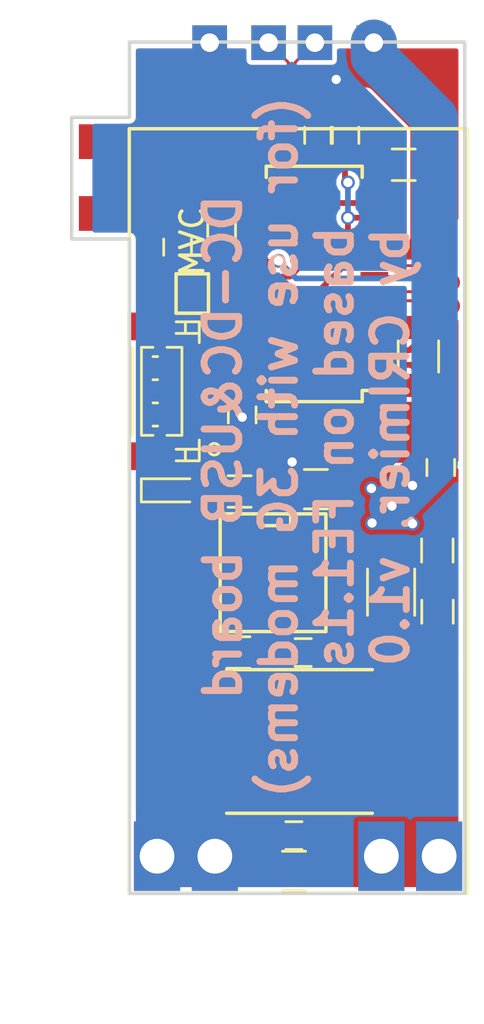
<source format=kicad_pcb>
(kicad_pcb (version 4) (host pcbnew 4.0.7)

  (general
    (links 67)
    (no_connects 1)
    (area 139.362999 85.559999 156.513001 122.460001)
    (thickness 1.6)
    (drawings 9)
    (tracks 294)
    (zones 0)
    (modules 35)
    (nets 25)
  )

  (page A4)
  (layers
    (0 F.Cu signal)
    (31 B.Cu signal)
    (32 B.Adhes user hide)
    (33 F.Adhes user hide)
    (34 B.Paste user hide)
    (35 F.Paste user hide)
    (36 B.SilkS user)
    (37 F.SilkS user)
    (38 B.Mask user)
    (39 F.Mask user hide)
    (40 Dwgs.User user hide)
    (41 Cmts.User user hide)
    (42 Eco1.User user)
    (43 Eco2.User user hide)
    (44 Edge.Cuts user)
    (45 Margin user hide)
    (46 B.CrtYd user hide)
    (47 F.CrtYd user hide)
    (48 B.Fab user hide)
    (49 F.Fab user hide)
  )

  (setup
    (last_trace_width 0.25)
    (user_trace_width 0.2)
    (user_trace_width 0.5)
    (user_trace_width 1)
    (user_trace_width 1.5)
    (user_trace_width 2)
    (user_trace_width 2.5)
    (trace_clearance 0.15)
    (zone_clearance 0.2)
    (zone_45_only no)
    (trace_min 0.1)
    (segment_width 0.2)
    (edge_width 0.15)
    (via_size 0.6)
    (via_drill 0.4)
    (via_min_size 0.4)
    (via_min_drill 0.3)
    (uvia_size 0.3)
    (uvia_drill 0.1)
    (uvias_allowed no)
    (uvia_min_size 0.2)
    (uvia_min_drill 0.1)
    (pcb_text_width 0.3)
    (pcb_text_size 1.5 1.5)
    (mod_edge_width 0.15)
    (mod_text_size 1 1)
    (mod_text_width 0.15)
    (pad_size 1.2 1.8)
    (pad_drill 0)
    (pad_to_mask_clearance 0.2)
    (aux_axis_origin 155.75 85)
    (visible_elements 7FFFFF7F)
    (pcbplotparams
      (layerselection 0x010f0_80000001)
      (usegerberextensions true)
      (usegerberattributes true)
      (excludeedgelayer true)
      (linewidth 0.200000)
      (plotframeref false)
      (viasonmask false)
      (mode 1)
      (useauxorigin true)
      (hpglpennumber 1)
      (hpglpenspeed 20)
      (hpglpendiameter 15)
      (hpglpenoverlay 2)
      (psnegative false)
      (psa4output false)
      (plotreference true)
      (plotvalue true)
      (plotinvisibletext false)
      (padsonsilk false)
      (subtractmaskfromsilk false)
      (outputformat 1)
      (mirror false)
      (drillshape 0)
      (scaleselection 1)
      (outputdirectory gerbers/))
  )

  (net 0 "")
  (net 1 VSS)
  (net 2 GND)
  (net 3 +5V)
  (net 4 "Net-(D1-Pad2)")
  (net 5 "Net-(J1-Pad6)")
  (net 6 "Net-(J1-Pad3)")
  (net 7 "Net-(J1-Pad1)")
  (net 8 UG-)
  (net 9 UG+)
  (net 10 +3V3)
  (net 11 UE-)
  (net 12 UE+)
  (net 13 UIN-)
  (net 14 UIN+)
  (net 15 UA-)
  (net 16 UA+)
  (net 17 "Net-(C9-Pad2)")
  (net 18 UB-)
  (net 19 UB+)
  (net 20 "Net-(J2-Pad4)")
  (net 21 +1V8)
  (net 22 "Net-(R4-Pad1)")
  (net 23 "Net-(U2-Pad2)")
  (net 24 "Net-(U2-Pad3)")

  (net_class Default "This is the default net class."
    (clearance 0.15)
    (trace_width 0.25)
    (via_dia 0.6)
    (via_drill 0.4)
    (uvia_dia 0.3)
    (uvia_drill 0.1)
    (add_net +1V8)
    (add_net +3V3)
    (add_net +5V)
    (add_net GND)
    (add_net "Net-(C9-Pad2)")
    (add_net "Net-(D1-Pad2)")
    (add_net "Net-(J1-Pad1)")
    (add_net "Net-(J1-Pad3)")
    (add_net "Net-(J1-Pad6)")
    (add_net "Net-(J2-Pad4)")
    (add_net "Net-(R4-Pad1)")
    (add_net "Net-(U2-Pad2)")
    (add_net "Net-(U2-Pad3)")
    (add_net UA+)
    (add_net UA-)
    (add_net UB+)
    (add_net UB-)
    (add_net UE+)
    (add_net UE-)
    (add_net UG+)
    (add_net UG-)
    (add_net UIN+)
    (add_net UIN-)
    (add_net VSS)
  )

  (module Housings_SSOP:SSOP-28_3.9x9.9mm_Pitch0.635mm (layer F.Cu) (tedit 5AE15642) (tstamp 5AE155A5)
    (at 149.927 96.0755 180)
    (descr "SSOP28: plastic shrink small outline package; 28 leads; body width 3.9 mm; lead pitch 0.635; (see http://cds.linear.com/docs/en/datasheet/38901fb.pdf)")
    (tags "SSOP 0.635")
    (path /5B0222AB)
    (attr smd)
    (fp_text reference U2 (at 0 -5.9 180) (layer F.SilkS) hide
      (effects (font (size 1 1) (thickness 0.15)))
    )
    (fp_text value FE1.1s (at -0.1 6.2 180) (layer F.Fab)
      (effects (font (size 1 1) (thickness 0.15)))
    )
    (fp_line (start -0.95 -4.95) (end 1.95 -4.95) (layer F.Fab) (width 0.15))
    (fp_line (start 1.95 -4.95) (end 1.95 4.95) (layer F.Fab) (width 0.15))
    (fp_line (start 1.95 4.95) (end -1.95 4.95) (layer F.Fab) (width 0.15))
    (fp_line (start -1.95 4.95) (end -1.95 -4) (layer F.Fab) (width 0.15))
    (fp_line (start -1.95 -4) (end -0.95 -4.95) (layer F.Fab) (width 0.15))
    (fp_line (start -3.45 -5.2) (end -3.45 5.2) (layer F.CrtYd) (width 0.05))
    (fp_line (start 3.45 -5.2) (end 3.45 5.2) (layer F.CrtYd) (width 0.05))
    (fp_line (start -3.45 -5.2) (end 3.45 -5.2) (layer F.CrtYd) (width 0.05))
    (fp_line (start -3.45 5.2) (end 3.45 5.2) (layer F.CrtYd) (width 0.05))
    (fp_line (start -2.075 -5.08) (end -2.075 -4.6) (layer F.SilkS) (width 0.15))
    (fp_line (start 2.075 -5.08) (end 2.075 -4.6) (layer F.SilkS) (width 0.15))
    (fp_line (start 2.075 5.08) (end 2.075 4.6) (layer F.SilkS) (width 0.15))
    (fp_line (start -2.075 5.08) (end -2.075 4.6) (layer F.SilkS) (width 0.15))
    (fp_line (start -2.075 -5.08) (end 2.075 -5.08) (layer F.SilkS) (width 0.15))
    (fp_line (start -2.075 5.08) (end 2.075 5.08) (layer F.SilkS) (width 0.15))
    (fp_line (start -2.075 -4.6) (end -3.2 -4.6) (layer F.SilkS) (width 0.15))
    (fp_text user %R (at 0 0 180) (layer F.Fab)
      (effects (font (size 0.8 0.8) (thickness 0.15)))
    )
    (pad 1 smd rect (at -2.6 -4.1275 180) (size 1.2 0.4) (layers F.Cu F.Paste F.Mask)
      (net 2 GND))
    (pad 2 smd rect (at -2.6 -3.4925 180) (size 1.2 0.4) (layers F.Cu F.Paste F.Mask)
      (net 23 "Net-(U2-Pad2)"))
    (pad 3 smd rect (at -2.6 -2.8575 180) (size 1.2 0.4) (layers F.Cu F.Paste F.Mask)
      (net 24 "Net-(U2-Pad3)"))
    (pad 4 smd rect (at -2.6 -2.2225 180) (size 1.2 0.4) (layers F.Cu F.Paste F.Mask)
      (net 8 UG-))
    (pad 5 smd rect (at -2.6 -1.5875 180) (size 1.2 0.4) (layers F.Cu F.Paste F.Mask)
      (net 9 UG+))
    (pad 6 smd rect (at -2.6 -0.9525 180) (size 1.2 0.4) (layers F.Cu F.Paste F.Mask)
      (net 15 UA-))
    (pad 7 smd rect (at -2.6 -0.3175 180) (size 1.2 0.4) (layers F.Cu F.Paste F.Mask)
      (net 16 UA+))
    (pad 8 smd rect (at -2.6 0.3175 180) (size 1.2 0.4) (layers F.Cu F.Paste F.Mask)
      (net 18 UB-))
    (pad 9 smd rect (at -2.6 0.9525 180) (size 1.2 0.4) (layers F.Cu F.Paste F.Mask)
      (net 19 UB+))
    (pad 10 smd rect (at -2.6 1.5875 180) (size 1.2 0.4) (layers F.Cu F.Paste F.Mask)
      (net 11 UE-))
    (pad 11 smd rect (at -2.6 2.2225 180) (size 1.2 0.4) (layers F.Cu F.Paste F.Mask)
      (net 12 UE+))
    (pad 12 smd rect (at -2.6 2.8575 180) (size 1.2 0.4) (layers F.Cu F.Paste F.Mask)
      (net 21 +1V8))
    (pad 13 smd rect (at -2.6 3.4925 180) (size 1.2 0.4) (layers F.Cu F.Paste F.Mask)
      (net 10 +3V3))
    (pad 14 smd rect (at -2.6 4.1275 180) (size 1.2 0.4) (layers F.Cu F.Paste F.Mask)
      (net 22 "Net-(R4-Pad1)"))
    (pad 15 smd rect (at 2.6 4.1275 180) (size 1.2 0.4) (layers F.Cu F.Paste F.Mask)
      (net 13 UIN-))
    (pad 16 smd rect (at 2.6 3.4925 180) (size 1.2 0.4) (layers F.Cu F.Paste F.Mask)
      (net 14 UIN+))
    (pad 17 smd rect (at 2.6 2.8575 180) (size 1.2 0.4) (layers F.Cu F.Paste F.Mask)
      (net 10 +3V3))
    (pad 18 smd rect (at 2.6 2.2225 180) (size 1.2 0.4) (layers F.Cu F.Paste F.Mask)
      (net 10 +3V3))
    (pad 19 smd rect (at 2.6 1.5875 180) (size 1.2 0.4) (layers F.Cu F.Paste F.Mask)
      (net 10 +3V3))
    (pad 20 smd rect (at 2.6 0.9525 180) (size 1.2 0.4) (layers F.Cu F.Paste F.Mask)
      (net 3 +5V))
    (pad 21 smd rect (at 2.6 0.3175 180) (size 1.2 0.4) (layers F.Cu F.Paste F.Mask)
      (net 10 +3V3))
    (pad 22 smd rect (at 2.6 -0.3175 180) (size 1.2 0.4) (layers F.Cu F.Paste F.Mask))
    (pad 23 smd rect (at 2.6 -0.9525 180) (size 1.2 0.4) (layers F.Cu F.Paste F.Mask))
    (pad 24 smd rect (at 2.6 -1.5875 180) (size 1.2 0.4) (layers F.Cu F.Paste F.Mask))
    (pad 25 smd rect (at 2.6 -2.2225 180) (size 1.2 0.4) (layers F.Cu F.Paste F.Mask))
    (pad 26 smd rect (at 2.6 -2.8575 180) (size 1.2 0.4) (layers F.Cu F.Paste F.Mask)
      (net 10 +3V3))
    (pad 27 smd rect (at 2.6 -3.4925 180) (size 1.2 0.4) (layers F.Cu F.Paste F.Mask))
    (pad 28 smd rect (at 2.6 -4.1275 180) (size 1.2 0.4) (layers F.Cu F.Paste F.Mask)
      (net 21 +1V8))
    (model ${KISYS3DMOD}/Housings_SSOP.3dshapes/SSOP-28_3.9x9.9mm_Pitch0.635mm.wrl
      (at (xyz 0 0 0))
      (scale (xyz 1 1 1))
      (rotate (xyz 0 0 0))
    )
  )

  (module Measurement_Points:Measurement_Point_Square-SMD-Pad_Small (layer F.Cu) (tedit 5AE15644) (tstamp 5AE15565)
    (at 140.4995 93.035)
    (descr "Mesurement Point, Square, SMD Pad,  1.5mm x 1.5mm,")
    (tags "Mesurement Point Square SMD Pad 1.5x1.5mm")
    (path /5AE151B2)
    (attr virtual)
    (fp_text reference TP3 (at 0 -2) (layer F.SilkS) hide
      (effects (font (size 1 1) (thickness 0.15)))
    )
    (fp_text value UIN- (at 0 2) (layer F.Fab)
      (effects (font (size 1 1) (thickness 0.15)))
    )
    (fp_line (start -1 -1) (end 1 -1) (layer F.CrtYd) (width 0.05))
    (fp_line (start 1 -1) (end 1 1) (layer F.CrtYd) (width 0.05))
    (fp_line (start 1 1) (end -1 1) (layer F.CrtYd) (width 0.05))
    (fp_line (start -1 1) (end -1 -1) (layer F.CrtYd) (width 0.05))
    (pad 1 smd rect (at 0 0) (size 1.5 1.5) (layers F.Cu F.Mask)
      (net 13 UIN-))
  )

  (module Measurement_Points:Measurement_Point_Square-SMD-Pad_Small (layer F.Cu) (tedit 5AE15646) (tstamp 5AE1556A)
    (at 140.4995 89.935)
    (descr "Mesurement Point, Square, SMD Pad,  1.5mm x 1.5mm,")
    (tags "Mesurement Point Square SMD Pad 1.5x1.5mm")
    (path /5AE15378)
    (attr virtual)
    (fp_text reference TP4 (at 0 -2) (layer F.SilkS) hide
      (effects (font (size 1 1) (thickness 0.15)))
    )
    (fp_text value UIN+ (at 0 2) (layer F.Fab)
      (effects (font (size 1 1) (thickness 0.15)))
    )
    (fp_line (start -1 -1) (end 1 -1) (layer F.CrtYd) (width 0.05))
    (fp_line (start 1 -1) (end 1 1) (layer F.CrtYd) (width 0.05))
    (fp_line (start 1 1) (end -1 1) (layer F.CrtYd) (width 0.05))
    (fp_line (start -1 1) (end -1 -1) (layer F.CrtYd) (width 0.05))
    (pad 1 smd rect (at 0 0) (size 1.5 1.5) (layers F.Cu F.Mask)
      (net 14 UIN+))
  )

  (module Capacitors_SMD:C_0603 (layer F.Cu) (tedit 5AE14BFB) (tstamp 5939F93E)
    (at 149.0465 119.888 180)
    (descr "Capacitor SMD 0603, reflow soldering, AVX (see smccp.pdf)")
    (tags "capacitor 0603")
    (path /5939F856)
    (attr smd)
    (fp_text reference C1 (at 0 -1.5 180) (layer F.SilkS) hide
      (effects (font (size 1 1) (thickness 0.15)))
    )
    (fp_text value C (at 0 1.5 180) (layer F.Fab) hide
      (effects (font (size 1 1) (thickness 0.15)))
    )
    (fp_text user %R (at 0 -1.5 180) (layer F.Fab)
      (effects (font (size 1 1) (thickness 0.15)))
    )
    (fp_line (start -0.8 0.4) (end -0.8 -0.4) (layer F.Fab) (width 0.1))
    (fp_line (start 0.8 0.4) (end -0.8 0.4) (layer F.Fab) (width 0.1))
    (fp_line (start 0.8 -0.4) (end 0.8 0.4) (layer F.Fab) (width 0.1))
    (fp_line (start -0.8 -0.4) (end 0.8 -0.4) (layer F.Fab) (width 0.1))
    (fp_line (start -0.35 -0.6) (end 0.35 -0.6) (layer F.SilkS) (width 0.12))
    (fp_line (start 0.35 0.6) (end -0.35 0.6) (layer F.SilkS) (width 0.12))
    (fp_line (start -1.4 -0.65) (end 1.4 -0.65) (layer F.CrtYd) (width 0.05))
    (fp_line (start -1.4 -0.65) (end -1.4 0.65) (layer F.CrtYd) (width 0.05))
    (fp_line (start 1.4 0.65) (end 1.4 -0.65) (layer F.CrtYd) (width 0.05))
    (fp_line (start 1.4 0.65) (end -1.4 0.65) (layer F.CrtYd) (width 0.05))
    (pad 1 smd rect (at -0.75 0 180) (size 0.8 0.75) (layers F.Cu F.Paste F.Mask)
      (net 1 VSS))
    (pad 2 smd rect (at 0.75 0 180) (size 0.8 0.75) (layers F.Cu F.Paste F.Mask)
      (net 2 GND))
    (model Capacitors_SMD.3dshapes/C_0603.wrl
      (at (xyz 0 0 0))
      (scale (xyz 1 1 1))
      (rotate (xyz 0 0 0))
    )
  )

  (module Capacitors_SMD:C_0805 (layer F.Cu) (tedit 5AE14BE3) (tstamp 5939F944)
    (at 149.0505 121.412 180)
    (descr "Capacitor SMD 0805, reflow soldering, AVX (see smccp.pdf)")
    (tags "capacitor 0805")
    (path /5939F82A)
    (attr smd)
    (fp_text reference C2 (at 0 -1.5 180) (layer F.SilkS) hide
      (effects (font (size 1 1) (thickness 0.15)))
    )
    (fp_text value C (at 0 1.75 180) (layer F.Fab)
      (effects (font (size 1 1) (thickness 0.15)))
    )
    (fp_text user %R (at 0 -1.5 180) (layer F.Fab)
      (effects (font (size 1 1) (thickness 0.15)))
    )
    (fp_line (start -1 0.62) (end -1 -0.62) (layer F.Fab) (width 0.1))
    (fp_line (start 1 0.62) (end -1 0.62) (layer F.Fab) (width 0.1))
    (fp_line (start 1 -0.62) (end 1 0.62) (layer F.Fab) (width 0.1))
    (fp_line (start -1 -0.62) (end 1 -0.62) (layer F.Fab) (width 0.1))
    (fp_line (start 0.5 -0.85) (end -0.5 -0.85) (layer F.SilkS) (width 0.12))
    (fp_line (start -0.5 0.85) (end 0.5 0.85) (layer F.SilkS) (width 0.12))
    (fp_line (start -1.75 -0.88) (end 1.75 -0.88) (layer F.CrtYd) (width 0.05))
    (fp_line (start -1.75 -0.88) (end -1.75 0.87) (layer F.CrtYd) (width 0.05))
    (fp_line (start 1.75 0.87) (end 1.75 -0.88) (layer F.CrtYd) (width 0.05))
    (fp_line (start 1.75 0.87) (end -1.75 0.87) (layer F.CrtYd) (width 0.05))
    (pad 1 smd rect (at -1 0 180) (size 1 1.25) (layers F.Cu F.Paste F.Mask)
      (net 1 VSS))
    (pad 2 smd rect (at 1 0 180) (size 1 1.25) (layers F.Cu F.Paste F.Mask)
      (net 2 GND))
    (model Capacitors_SMD.3dshapes/C_0805.wrl
      (at (xyz 0 0 0))
      (scale (xyz 1 1 1))
      (rotate (xyz 0 0 0))
    )
  )

  (module Capacitors_SMD:C_0603 (layer F.Cu) (tedit 5AE14C13) (tstamp 5939F94A)
    (at 155.3985 104.001 90)
    (descr "Capacitor SMD 0603, reflow soldering, AVX (see smccp.pdf)")
    (tags "capacitor 0603")
    (path /5939F7C4)
    (attr smd)
    (fp_text reference C3 (at 0 -1.5 90) (layer F.SilkS) hide
      (effects (font (size 1 1) (thickness 0.15)))
    )
    (fp_text value C (at 0 1.5 90) (layer F.Fab)
      (effects (font (size 1 1) (thickness 0.15)))
    )
    (fp_text user %R (at 0 -1.5 90) (layer F.Fab)
      (effects (font (size 1 1) (thickness 0.15)))
    )
    (fp_line (start -0.8 0.4) (end -0.8 -0.4) (layer F.Fab) (width 0.1))
    (fp_line (start 0.8 0.4) (end -0.8 0.4) (layer F.Fab) (width 0.1))
    (fp_line (start 0.8 -0.4) (end 0.8 0.4) (layer F.Fab) (width 0.1))
    (fp_line (start -0.8 -0.4) (end 0.8 -0.4) (layer F.Fab) (width 0.1))
    (fp_line (start -0.35 -0.6) (end 0.35 -0.6) (layer F.SilkS) (width 0.12))
    (fp_line (start 0.35 0.6) (end -0.35 0.6) (layer F.SilkS) (width 0.12))
    (fp_line (start -1.4 -0.65) (end 1.4 -0.65) (layer F.CrtYd) (width 0.05))
    (fp_line (start -1.4 -0.65) (end -1.4 0.65) (layer F.CrtYd) (width 0.05))
    (fp_line (start 1.4 0.65) (end 1.4 -0.65) (layer F.CrtYd) (width 0.05))
    (fp_line (start 1.4 0.65) (end -1.4 0.65) (layer F.CrtYd) (width 0.05))
    (pad 1 smd rect (at -0.75 0 90) (size 0.8 0.75) (layers F.Cu F.Paste F.Mask)
      (net 3 +5V))
    (pad 2 smd rect (at 0.75 0 90) (size 0.8 0.75) (layers F.Cu F.Paste F.Mask)
      (net 2 GND))
    (model Capacitors_SMD.3dshapes/C_0603.wrl
      (at (xyz 0 0 0))
      (scale (xyz 1 1 1))
      (rotate (xyz 0 0 0))
    )
  )

  (module Capacitors_SMD:C_0805 (layer F.Cu) (tedit 5AE14BFD) (tstamp 5939F950)
    (at 149.9985 104.935 180)
    (descr "Capacitor SMD 0805, reflow soldering, AVX (see smccp.pdf)")
    (tags "capacitor 0805")
    (path /5939F79B)
    (attr smd)
    (fp_text reference C4 (at 0 -1.5 180) (layer F.SilkS) hide
      (effects (font (size 1 1) (thickness 0.15)))
    )
    (fp_text value C (at 0 1.75 180) (layer F.Fab)
      (effects (font (size 1 1) (thickness 0.15)))
    )
    (fp_text user %R (at 0 -1.5 180) (layer F.Fab)
      (effects (font (size 1 1) (thickness 0.15)))
    )
    (fp_line (start -1 0.62) (end -1 -0.62) (layer F.Fab) (width 0.1))
    (fp_line (start 1 0.62) (end -1 0.62) (layer F.Fab) (width 0.1))
    (fp_line (start 1 -0.62) (end 1 0.62) (layer F.Fab) (width 0.1))
    (fp_line (start -1 -0.62) (end 1 -0.62) (layer F.Fab) (width 0.1))
    (fp_line (start 0.5 -0.85) (end -0.5 -0.85) (layer F.SilkS) (width 0.12))
    (fp_line (start -0.5 0.85) (end 0.5 0.85) (layer F.SilkS) (width 0.12))
    (fp_line (start -1.75 -0.88) (end 1.75 -0.88) (layer F.CrtYd) (width 0.05))
    (fp_line (start -1.75 -0.88) (end -1.75 0.87) (layer F.CrtYd) (width 0.05))
    (fp_line (start 1.75 0.87) (end 1.75 -0.88) (layer F.CrtYd) (width 0.05))
    (fp_line (start 1.75 0.87) (end -1.75 0.87) (layer F.CrtYd) (width 0.05))
    (pad 1 smd rect (at -1 0 180) (size 1 1.25) (layers F.Cu F.Paste F.Mask)
      (net 3 +5V))
    (pad 2 smd rect (at 1 0 180) (size 1 1.25) (layers F.Cu F.Paste F.Mask)
      (net 2 GND))
    (model Capacitors_SMD.3dshapes/C_0805.wrl
      (at (xyz 0 0 0))
      (scale (xyz 1 1 1))
      (rotate (xyz 0 0 0))
    )
  )

  (module Capacitors_SMD:C_1206 (layer F.Cu) (tedit 5AE14C0A) (tstamp 5939F956)
    (at 153.2509 109.3798 270)
    (descr "Capacitor SMD 1206, reflow soldering, AVX (see smccp.pdf)")
    (tags "capacitor 1206")
    (path /5939F776)
    (attr smd)
    (fp_text reference C5 (at 0 -1.75 270) (layer F.SilkS) hide
      (effects (font (size 1 1) (thickness 0.15)))
    )
    (fp_text value C (at 0 2 270) (layer F.Fab)
      (effects (font (size 1 1) (thickness 0.15)))
    )
    (fp_text user %R (at 0 -1.75 270) (layer F.Fab)
      (effects (font (size 1 1) (thickness 0.15)))
    )
    (fp_line (start -1.6 0.8) (end -1.6 -0.8) (layer F.Fab) (width 0.1))
    (fp_line (start 1.6 0.8) (end -1.6 0.8) (layer F.Fab) (width 0.1))
    (fp_line (start 1.6 -0.8) (end 1.6 0.8) (layer F.Fab) (width 0.1))
    (fp_line (start -1.6 -0.8) (end 1.6 -0.8) (layer F.Fab) (width 0.1))
    (fp_line (start 1 -1.02) (end -1 -1.02) (layer F.SilkS) (width 0.12))
    (fp_line (start -1 1.02) (end 1 1.02) (layer F.SilkS) (width 0.12))
    (fp_line (start -2.25 -1.05) (end 2.25 -1.05) (layer F.CrtYd) (width 0.05))
    (fp_line (start -2.25 -1.05) (end -2.25 1.05) (layer F.CrtYd) (width 0.05))
    (fp_line (start 2.25 1.05) (end 2.25 -1.05) (layer F.CrtYd) (width 0.05))
    (fp_line (start 2.25 1.05) (end -2.25 1.05) (layer F.CrtYd) (width 0.05))
    (pad 1 smd rect (at -1.5 0 270) (size 1 1.6) (layers F.Cu F.Paste F.Mask)
      (net 3 +5V))
    (pad 2 smd rect (at 1.5 0 270) (size 1 1.6) (layers F.Cu F.Paste F.Mask)
      (net 2 GND))
    (model Capacitors_SMD.3dshapes/C_1206.wrl
      (at (xyz 0 0 0))
      (scale (xyz 1 1 1))
      (rotate (xyz 0 0 0))
    )
  )

  (module LEDs:LED_0603 (layer F.Cu) (tedit 5AE14C10) (tstamp 5939F95C)
    (at 143.7485 104.985)
    (descr "LED 0603 smd package")
    (tags "LED led 0603 SMD smd SMT smt smdled SMDLED smtled SMTLED")
    (path /5939F7EC)
    (attr smd)
    (fp_text reference D1 (at 0 -1.25) (layer F.SilkS) hide
      (effects (font (size 1 1) (thickness 0.15)))
    )
    (fp_text value LED (at 0 1.35) (layer F.Fab)
      (effects (font (size 1 1) (thickness 0.15)))
    )
    (fp_line (start -1.3 -0.5) (end -1.3 0.5) (layer F.SilkS) (width 0.12))
    (fp_line (start -0.2 -0.2) (end -0.2 0.2) (layer F.Fab) (width 0.1))
    (fp_line (start -0.15 0) (end 0.15 -0.2) (layer F.Fab) (width 0.1))
    (fp_line (start 0.15 0.2) (end -0.15 0) (layer F.Fab) (width 0.1))
    (fp_line (start 0.15 -0.2) (end 0.15 0.2) (layer F.Fab) (width 0.1))
    (fp_line (start 0.8 0.4) (end -0.8 0.4) (layer F.Fab) (width 0.1))
    (fp_line (start 0.8 -0.4) (end 0.8 0.4) (layer F.Fab) (width 0.1))
    (fp_line (start -0.8 -0.4) (end 0.8 -0.4) (layer F.Fab) (width 0.1))
    (fp_line (start -0.8 0.4) (end -0.8 -0.4) (layer F.Fab) (width 0.1))
    (fp_line (start -1.3 0.5) (end 0.8 0.5) (layer F.SilkS) (width 0.12))
    (fp_line (start -1.3 -0.5) (end 0.8 -0.5) (layer F.SilkS) (width 0.12))
    (fp_line (start 1.45 -0.65) (end 1.45 0.65) (layer F.CrtYd) (width 0.05))
    (fp_line (start 1.45 0.65) (end -1.45 0.65) (layer F.CrtYd) (width 0.05))
    (fp_line (start -1.45 0.65) (end -1.45 -0.65) (layer F.CrtYd) (width 0.05))
    (fp_line (start -1.45 -0.65) (end 1.45 -0.65) (layer F.CrtYd) (width 0.05))
    (pad 2 smd rect (at 0.8 0 180) (size 0.8 0.8) (layers F.Cu F.Paste F.Mask)
      (net 4 "Net-(D1-Pad2)"))
    (pad 1 smd rect (at -0.8 0 180) (size 0.8 0.8) (layers F.Cu F.Paste F.Mask)
      (net 2 GND))
    (model LEDs.3dshapes/LED_0603.wrl
      (at (xyz 0 0 0))
      (scale (xyz 1 1 1))
      (rotate (xyz 0 0 180))
    )
  )

  (module SMD_Packages:SOIC-8-N (layer F.Cu) (tedit 5AE14C00) (tstamp 5939F968)
    (at 148.1455 108.54 270)
    (descr "Module Narrow CMS SOJ 8 pins large")
    (tags "CMS SOJ")
    (path /5939F6E8)
    (attr smd)
    (fp_text reference J1 (at 0 -1.27 270) (layer F.SilkS) hide
      (effects (font (size 1 1) (thickness 0.15)))
    )
    (fp_text value G2116 (at 0 1.27 270) (layer F.Fab)
      (effects (font (size 1 1) (thickness 0.15)))
    )
    (fp_line (start -2.54 -2.286) (end 2.54 -2.286) (layer F.SilkS) (width 0.15))
    (fp_line (start 2.54 -2.286) (end 2.54 2.286) (layer F.SilkS) (width 0.15))
    (fp_line (start 2.54 2.286) (end -2.54 2.286) (layer F.SilkS) (width 0.15))
    (fp_line (start -2.54 2.286) (end -2.54 -2.286) (layer F.SilkS) (width 0.15))
    (fp_line (start -2.54 -0.762) (end -2.032 -0.762) (layer F.SilkS) (width 0.15))
    (fp_line (start -2.032 -0.762) (end -2.032 0.508) (layer F.SilkS) (width 0.15))
    (fp_line (start -2.032 0.508) (end -2.54 0.508) (layer F.SilkS) (width 0.15))
    (pad 8 smd rect (at -1.905 -3.175 270) (size 0.508 1.143) (layers F.Cu F.Paste F.Mask)
      (net 3 +5V))
    (pad 7 smd rect (at -0.635 -3.175 270) (size 0.508 1.143) (layers F.Cu F.Paste F.Mask)
      (net 3 +5V))
    (pad 6 smd rect (at 0.635 -3.175 270) (size 0.508 1.143) (layers F.Cu F.Paste F.Mask)
      (net 5 "Net-(J1-Pad6)"))
    (pad 5 smd rect (at 1.905 -3.175 270) (size 0.508 1.143) (layers F.Cu F.Paste F.Mask)
      (net 2 GND))
    (pad 4 smd rect (at 1.905 3.175 270) (size 0.508 1.143) (layers F.Cu F.Paste F.Mask)
      (net 6 "Net-(J1-Pad3)"))
    (pad 3 smd rect (at 0.635 3.175 270) (size 0.508 1.143) (layers F.Cu F.Paste F.Mask)
      (net 6 "Net-(J1-Pad3)"))
    (pad 2 smd rect (at -0.635 3.175 270) (size 0.508 1.143) (layers F.Cu F.Paste F.Mask)
      (net 7 "Net-(J1-Pad1)"))
    (pad 1 smd rect (at -1.905 3.175 270) (size 0.508 1.143) (layers F.Cu F.Paste F.Mask)
      (net 7 "Net-(J1-Pad1)"))
    (model SMD_Packages.3dshapes/SOIC-8-N.wrl
      (at (xyz 0 0 0))
      (scale (xyz 0.5 0.38 0.5))
      (rotate (xyz 0 0 0))
    )
  )

  (module Resistors_SMD:R_0603 (layer F.Cu) (tedit 5AE14C0E) (tstamp 5939F974)
    (at 146.6985 105.035 180)
    (descr "Resistor SMD 0603, reflow soldering, Vishay (see dcrcw.pdf)")
    (tags "resistor 0603")
    (path /5939F8F1)
    (attr smd)
    (fp_text reference R1 (at 0 -1.45 180) (layer F.SilkS) hide
      (effects (font (size 1 1) (thickness 0.15)))
    )
    (fp_text value R (at 0 1.5 180) (layer F.Fab)
      (effects (font (size 1 1) (thickness 0.15)))
    )
    (fp_text user %R (at 0 0 180) (layer F.Fab)
      (effects (font (size 0.5 0.5) (thickness 0.075)))
    )
    (fp_line (start -0.8 0.4) (end -0.8 -0.4) (layer F.Fab) (width 0.1))
    (fp_line (start 0.8 0.4) (end -0.8 0.4) (layer F.Fab) (width 0.1))
    (fp_line (start 0.8 -0.4) (end 0.8 0.4) (layer F.Fab) (width 0.1))
    (fp_line (start -0.8 -0.4) (end 0.8 -0.4) (layer F.Fab) (width 0.1))
    (fp_line (start 0.5 0.68) (end -0.5 0.68) (layer F.SilkS) (width 0.12))
    (fp_line (start -0.5 -0.68) (end 0.5 -0.68) (layer F.SilkS) (width 0.12))
    (fp_line (start -1.25 -0.7) (end 1.25 -0.7) (layer F.CrtYd) (width 0.05))
    (fp_line (start -1.25 -0.7) (end -1.25 0.7) (layer F.CrtYd) (width 0.05))
    (fp_line (start 1.25 0.7) (end 1.25 -0.7) (layer F.CrtYd) (width 0.05))
    (fp_line (start 1.25 0.7) (end -1.25 0.7) (layer F.CrtYd) (width 0.05))
    (pad 1 smd rect (at -0.75 0 180) (size 0.5 0.9) (layers F.Cu F.Paste F.Mask)
      (net 3 +5V))
    (pad 2 smd rect (at 0.75 0 180) (size 0.5 0.9) (layers F.Cu F.Paste F.Mask)
      (net 4 "Net-(D1-Pad2)"))
    (model ${KISYS3DMOD}/Resistors_SMD.3dshapes/R_0603.wrl
      (at (xyz 0 0 0))
      (scale (xyz 1 1 1))
      (rotate (xyz 0 0 0))
    )
  )

  (module Resistors_SMD:R_0603 (layer F.Cu) (tedit 5AE14C03) (tstamp 5939F97A)
    (at 155.2509 107.581 90)
    (descr "Resistor SMD 0603, reflow soldering, Vishay (see dcrcw.pdf)")
    (tags "resistor 0603")
    (path /5939FA99)
    (attr smd)
    (fp_text reference R2 (at 0 -1.45 90) (layer F.SilkS) hide
      (effects (font (size 1 1) (thickness 0.15)))
    )
    (fp_text value R (at 0 1.5 90) (layer F.Fab)
      (effects (font (size 1 1) (thickness 0.15)))
    )
    (fp_text user %R (at 0 0 90) (layer F.Fab)
      (effects (font (size 0.5 0.5) (thickness 0.075)))
    )
    (fp_line (start -0.8 0.4) (end -0.8 -0.4) (layer F.Fab) (width 0.1))
    (fp_line (start 0.8 0.4) (end -0.8 0.4) (layer F.Fab) (width 0.1))
    (fp_line (start 0.8 -0.4) (end 0.8 0.4) (layer F.Fab) (width 0.1))
    (fp_line (start -0.8 -0.4) (end 0.8 -0.4) (layer F.Fab) (width 0.1))
    (fp_line (start 0.5 0.68) (end -0.5 0.68) (layer F.SilkS) (width 0.12))
    (fp_line (start -0.5 -0.68) (end 0.5 -0.68) (layer F.SilkS) (width 0.12))
    (fp_line (start -1.25 -0.7) (end 1.25 -0.7) (layer F.CrtYd) (width 0.05))
    (fp_line (start -1.25 -0.7) (end -1.25 0.7) (layer F.CrtYd) (width 0.05))
    (fp_line (start 1.25 0.7) (end 1.25 -0.7) (layer F.CrtYd) (width 0.05))
    (fp_line (start 1.25 0.7) (end -1.25 0.7) (layer F.CrtYd) (width 0.05))
    (pad 1 smd rect (at -0.75 0 90) (size 0.5 0.9) (layers F.Cu F.Paste F.Mask)
      (net 5 "Net-(J1-Pad6)"))
    (pad 2 smd rect (at 0.75 0 90) (size 0.5 0.9) (layers F.Cu F.Paste F.Mask)
      (net 3 +5V))
    (model ${KISYS3DMOD}/Resistors_SMD.3dshapes/R_0603.wrl
      (at (xyz 0 0 0))
      (scale (xyz 1 1 1))
      (rotate (xyz 0 0 0))
    )
  )

  (module Resistors_SMD:R_0603 (layer F.Cu) (tedit 5AE14C05) (tstamp 5939F980)
    (at 155.2575 110.224 90)
    (descr "Resistor SMD 0603, reflow soldering, Vishay (see dcrcw.pdf)")
    (tags "resistor 0603")
    (path /5939FA52)
    (attr smd)
    (fp_text reference R3 (at 0 -1.45 90) (layer F.SilkS) hide
      (effects (font (size 1 1) (thickness 0.15)))
    )
    (fp_text value R (at 0 1.5 90) (layer F.Fab)
      (effects (font (size 1 1) (thickness 0.15)))
    )
    (fp_text user %R (at 0 0 90) (layer F.Fab)
      (effects (font (size 0.5 0.5) (thickness 0.075)))
    )
    (fp_line (start -0.8 0.4) (end -0.8 -0.4) (layer F.Fab) (width 0.1))
    (fp_line (start 0.8 0.4) (end -0.8 0.4) (layer F.Fab) (width 0.1))
    (fp_line (start 0.8 -0.4) (end 0.8 0.4) (layer F.Fab) (width 0.1))
    (fp_line (start -0.8 -0.4) (end 0.8 -0.4) (layer F.Fab) (width 0.1))
    (fp_line (start 0.5 0.68) (end -0.5 0.68) (layer F.SilkS) (width 0.12))
    (fp_line (start -0.5 -0.68) (end 0.5 -0.68) (layer F.SilkS) (width 0.12))
    (fp_line (start -1.25 -0.7) (end 1.25 -0.7) (layer F.CrtYd) (width 0.05))
    (fp_line (start -1.25 -0.7) (end -1.25 0.7) (layer F.CrtYd) (width 0.05))
    (fp_line (start 1.25 0.7) (end 1.25 -0.7) (layer F.CrtYd) (width 0.05))
    (fp_line (start 1.25 0.7) (end -1.25 0.7) (layer F.CrtYd) (width 0.05))
    (pad 1 smd rect (at -0.75 0 90) (size 0.5 0.9) (layers F.Cu F.Paste F.Mask)
      (net 2 GND))
    (pad 2 smd rect (at 0.75 0 90) (size 0.5 0.9) (layers F.Cu F.Paste F.Mask)
      (net 5 "Net-(J1-Pad6)"))
    (model ${KISYS3DMOD}/Resistors_SMD.3dshapes/R_0603.wrl
      (at (xyz 0 0 0))
      (scale (xyz 1 1 1))
      (rotate (xyz 0 0 0))
    )
  )

  (module 3g_dcdc_usb_hub_board:INDUCTOR (layer F.Cu) (tedit 5AE14BF2) (tstamp 593A00DC)
    (at 149.2885 115.824 180)
    (descr "Inductor, Taiyo Yuden, NR series, Taiyo-Yuden_NR-60xx, 6.0mmx6.0mm")
    (tags "inductor taiyo-yuden nr smd")
    (path /5939F6BB)
    (attr smd)
    (fp_text reference L1 (at 0 -4 180) (layer F.SilkS) hide
      (effects (font (size 1 1) (thickness 0.15)))
    )
    (fp_text value L_Core_Ferrite (at 0 4.5 180) (layer F.Fab)
      (effects (font (size 1 1) (thickness 0.15)))
    )
    (fp_line (start -3 0) (end -3 -2) (layer F.Fab) (width 0.15))
    (fp_line (start -3 -2) (end -2 -3) (layer F.Fab) (width 0.15))
    (fp_line (start -2 -3) (end 0 -3) (layer F.Fab) (width 0.15))
    (fp_line (start 3 0) (end 3 -2) (layer F.Fab) (width 0.15))
    (fp_line (start 3 -2) (end 2 -3) (layer F.Fab) (width 0.15))
    (fp_line (start 2 -3) (end 0 -3) (layer F.Fab) (width 0.15))
    (fp_line (start 3 0) (end 3 2) (layer F.Fab) (width 0.15))
    (fp_line (start 3 2) (end 2 3) (layer F.Fab) (width 0.15))
    (fp_line (start 2 3) (end 0 3) (layer F.Fab) (width 0.15))
    (fp_line (start -3 0) (end -3 2) (layer F.Fab) (width 0.15))
    (fp_line (start -3 2) (end -2 3) (layer F.Fab) (width 0.15))
    (fp_line (start -2 3) (end 0 3) (layer F.Fab) (width 0.15))
    (fp_line (start -3.15 -3.1) (end 3.15 -3.1) (layer F.SilkS) (width 0.15))
    (fp_line (start -3.15 3.1) (end 3.15 3.1) (layer F.SilkS) (width 0.15))
    (fp_line (start -3.45 -3.25) (end -3.45 3.25) (layer F.CrtYd) (width 0.05))
    (fp_line (start -3.45 3.25) (end 3.45 3.25) (layer F.CrtYd) (width 0.05))
    (fp_line (start 3.45 3.25) (end 3.45 -3.25) (layer F.CrtYd) (width 0.05))
    (fp_line (start 3.45 -3.25) (end -3.45 -3.25) (layer F.CrtYd) (width 0.05))
    (pad 1 smd rect (at -3.875 0 180) (size 1.6 5.9) (layers F.Cu F.Paste F.Mask)
      (net 1 VSS))
    (pad 2 smd rect (at 3.875 0 180) (size 1.6 5.9) (layers F.Cu F.Paste F.Mask)
      (net 7 "Net-(J1-Pad1)"))
    (model ${KIPRJMOD}/inductor.wrl
      (at (xyz 0 0 0))
      (scale (xyz 1 1 1))
      (rotate (xyz 0 0 0))
    )
  )

  (module 3g_dcdc_usb_hub_board:DC-DC-BREAKOUT (layer F.Cu) (tedit 5AE14BE5) (tstamp 593A0574)
    (at 149.229 105.877 90)
    (path /5939F63C)
    (fp_text reference U1 (at -13.8 8.575 90) (layer F.SilkS) hide
      (effects (font (size 1 1) (thickness 0.15)))
    )
    (fp_text value DC_DC_BREAKOUT (at -9 -9 90) (layer F.Fab)
      (effects (font (size 1 1) (thickness 0.15)))
    )
    (fp_line (start 16.5 -7.3) (end -16.5 -7.3) (layer F.SilkS) (width 0.15))
    (fp_line (start 16.5 7.3) (end 16.5 -7.3) (layer F.SilkS) (width 0.15))
    (fp_line (start -16.5 7.3) (end 16.5 7.3) (layer F.SilkS) (width 0.15))
    (fp_line (start -16.5 -7.3) (end -16.5 7.3) (layer F.SilkS) (width 0.15))
    (pad 1 thru_hole rect (at -14.9 -3.6 90) (size 3 2) (drill 1.5) (layers *.Cu *.Mask)
      (net 2 GND))
    (pad 1 thru_hole rect (at -14.9 -6.1 90) (size 3 2) (drill 1.5) (layers *.Cu *.Mask)
      (net 2 GND))
    (pad 2 thru_hole rect (at -14.9 6.1 90) (size 3 2) (drill 1.5) (layers *.Cu *.Mask)
      (net 1 VSS))
    (pad 2 thru_hole rect (at -14.9 3.6 90) (size 3 2) (drill 1.5) (layers *.Cu *.Mask)
      (net 1 VSS))
  )

  (module footprints:DCDC-Usb-Board-Outline (layer B.Cu) (tedit 58CDD03C) (tstamp 5AE14C9F)
    (at 136.5885 127.762)
    (fp_text reference "" (at 0 0) (layer B.SilkS)
      (effects (font (thickness 0.15)) (justify mirror))
    )
    (fp_text value "" (at 0 0) (layer B.SilkS)
      (effects (font (thickness 0.15)) (justify mirror))
    )
    (fp_line (start 5.2196 -38.364) (end 19.7992 -38.364) (layer Eco1.User) (width 0.15))
    (fp_line (start 5.2196 -33.792) (end 5.2196 -38.364) (layer Eco1.User) (width 0.15))
    (fp_circle (center 15.7352 -39.6848) (end 15.8368 -39.5832) (layer Eco1.User) (width 0.15))
    (fp_circle (center 9.3344 -39.6848) (end 9.3852 -39.7864) (layer Eco1.User) (width 0.15))
    (fp_circle (center 3.848 -34.808) (end 3.8988 -35.1636) (layer Eco1.User) (width 0.15))
    (fp_circle (center 3.848 -37.856) (end 4.0004 -37.5004) (layer Eco1.User) (width 0.15))
    (fp_circle (center 15.8876 -42.8344) (end 15.8876 -42.2248) (layer Eco1.User) (width 0.15))
    (fp_circle (center 13.3476 -42.8344) (end 13.4492 -42.2248) (layer Eco1.User) (width 0.15))
    (fp_circle (center 11.3156 -42.8344) (end 11.3664 -42.2248) (layer Eco1.User) (width 0.15))
    (fp_circle (center 8.7756 -42.8344) (end 8.7756 -42.2248) (layer Eco1.User) (width 0.15))
    (fp_line (start 5.2196 -33.792) (end 5.2196 -5.3948) (layer Eco1.User) (width 0.15))
    (fp_line (start 4.8132 -33.792) (end 5.2196 -33.792) (layer Eco1.User) (width 0.15))
    (fp_line (start 2.832 -33.792) (end 4.8132 -33.792) (layer Eco1.User) (width 0.15))
    (fp_line (start 2.832 -35.824) (end 2.832 -33.792) (layer Eco1.User) (width 0.15))
    (fp_line (start 4.8132 -35.824) (end 2.832 -35.824) (layer Eco1.User) (width 0.15))
    (fp_line (start 4.8132 -36.84) (end 4.8132 -35.824) (layer Eco1.User) (width 0.15))
    (fp_line (start 2.832 -36.84) (end 4.8132 -36.84) (layer Eco1.User) (width 0.15))
    (fp_line (start 2.832 -38.872) (end 2.832 -36.84) (layer Eco1.User) (width 0.15))
    (fp_line (start 4.8132 -38.872) (end 2.832 -38.872) (layer Eco1.User) (width 0.15))
    (fp_line (start 4.8132 -42.2248) (end 4.8132 -38.872) (layer Eco1.User) (width 0.15))
    (fp_line (start 19.7992 -42.2248) (end 4.8132 -42.2248) (layer Eco1.User) (width 0.15))
    (fp_line (start 19.7992 -5.3948) (end 19.7992 -42.2248) (layer Eco1.User) (width 0.15))
    (fp_line (start 5.2196 -5.3948) (end 19.7992 -5.3948) (layer Eco1.User) (width 0.15))
  )

  (module Measurement_Points:Measurement_Point_Square-TH_Small (layer F.Cu) (tedit 5AE1564F) (tstamp 5AE1555B)
    (at 149.954 85.6615)
    (descr "Mesurement Point, Square, Trough Hole,  1.5mm x 1.5mm, Drill 0.8mm,")
    (tags "Mesurement Point Square Trough Hole 1.5x1.5mm Drill 0.8mm")
    (path /5AE154F3)
    (attr virtual)
    (fp_text reference TP1 (at 0 -2) (layer F.SilkS) hide
      (effects (font (size 1 1) (thickness 0.15)))
    )
    (fp_text value DO- (at 0 2) (layer F.Fab)
      (effects (font (size 1 1) (thickness 0.15)))
    )
    (fp_line (start -1 -1) (end 1 -1) (layer F.CrtYd) (width 0.05))
    (fp_line (start 1 -1) (end 1 1) (layer F.CrtYd) (width 0.05))
    (fp_line (start 1 1) (end -1 1) (layer F.CrtYd) (width 0.05))
    (fp_line (start -1 1) (end -1 -1) (layer F.CrtYd) (width 0.05))
    (pad 1 thru_hole rect (at 0 0) (size 1.5 1.5) (drill 0.8) (layers *.Cu *.Mask)
      (net 11 UE-))
  )

  (module Measurement_Points:Measurement_Point_Square-TH_Small (layer F.Cu) (tedit 5AE1564C) (tstamp 5AE15560)
    (at 147.954 85.6615)
    (descr "Mesurement Point, Square, Trough Hole,  1.5mm x 1.5mm, Drill 0.8mm,")
    (tags "Mesurement Point Square Trough Hole 1.5x1.5mm Drill 0.8mm")
    (path /5AE1553D)
    (attr virtual)
    (fp_text reference TP2 (at 0 -2) (layer F.SilkS) hide
      (effects (font (size 1 1) (thickness 0.15)))
    )
    (fp_text value DO+ (at 0 2) (layer F.Fab)
      (effects (font (size 1 1) (thickness 0.15)))
    )
    (fp_line (start -1 -1) (end 1 -1) (layer F.CrtYd) (width 0.05))
    (fp_line (start 1 -1) (end 1 1) (layer F.CrtYd) (width 0.05))
    (fp_line (start 1 1) (end -1 1) (layer F.CrtYd) (width 0.05))
    (fp_line (start -1 1) (end -1 -1) (layer F.CrtYd) (width 0.05))
    (pad 1 thru_hole rect (at 0 0) (size 1.5 1.5) (drill 0.8) (layers *.Cu *.Mask)
      (net 12 UE+))
  )

  (module Measurement_Points:Measurement_Point_Square-TH_Small (layer F.Cu) (tedit 5AE1564A) (tstamp 5AE1556F)
    (at 145.404 85.6615)
    (descr "Mesurement Point, Square, Trough Hole,  1.5mm x 1.5mm, Drill 0.8mm,")
    (tags "Mesurement Point Square Trough Hole 1.5x1.5mm Drill 0.8mm")
    (path /5AE178EC)
    (attr virtual)
    (fp_text reference TP5 (at 0 -2) (layer F.SilkS) hide
      (effects (font (size 1 1) (thickness 0.15)))
    )
    (fp_text value GND (at 0 2) (layer F.Fab)
      (effects (font (size 1 1) (thickness 0.15)))
    )
    (fp_line (start -1 -1) (end 1 -1) (layer F.CrtYd) (width 0.05))
    (fp_line (start 1 -1) (end 1 1) (layer F.CrtYd) (width 0.05))
    (fp_line (start 1 1) (end -1 1) (layer F.CrtYd) (width 0.05))
    (fp_line (start -1 1) (end -1 -1) (layer F.CrtYd) (width 0.05))
    (pad 1 thru_hole rect (at 0 0) (size 1.5 1.5) (drill 0.8) (layers *.Cu *.Mask)
      (net 2 GND))
  )

  (module Measurement_Points:Measurement_Point_Square-TH_Small (layer F.Cu) (tedit 5AE15651) (tstamp 5AE15574)
    (at 152.504 85.6615)
    (descr "Mesurement Point, Square, Trough Hole,  1.5mm x 1.5mm, Drill 0.8mm,")
    (tags "Mesurement Point Square Trough Hole 1.5x1.5mm Drill 0.8mm")
    (path /5AE17B14)
    (attr virtual)
    (fp_text reference TP6 (at 0 -2) (layer F.SilkS) hide
      (effects (font (size 1 1) (thickness 0.15)))
    )
    (fp_text value 5V (at 0 2) (layer F.Fab)
      (effects (font (size 1 1) (thickness 0.15)))
    )
    (fp_line (start -1 -1) (end 1 -1) (layer F.CrtYd) (width 0.05))
    (fp_line (start 1 -1) (end 1 1) (layer F.CrtYd) (width 0.05))
    (fp_line (start 1 1) (end -1 1) (layer F.CrtYd) (width 0.05))
    (fp_line (start -1 1) (end -1 -1) (layer F.CrtYd) (width 0.05))
    (pad 1 thru_hole rect (at 0 0) (size 1.5 1.5) (drill 0.8) (layers *.Cu *.Mask)
      (net 3 +5V))
  )

  (module Capacitors_SMD:C_0603 (layer F.Cu) (tedit 5AE49CC2) (tstamp 5AE49D3F)
    (at 149.4485 111.985 180)
    (descr "Capacitor SMD 0603, reflow soldering, AVX (see smccp.pdf)")
    (tags "capacitor 0603")
    (path /5AE4A204)
    (attr smd)
    (fp_text reference C9 (at 0 -1.5 180) (layer F.SilkS) hide
      (effects (font (size 1 1) (thickness 0.15)))
    )
    (fp_text value C (at 0 1.5 180) (layer F.Fab)
      (effects (font (size 1 1) (thickness 0.15)))
    )
    (fp_line (start 1.4 0.65) (end -1.4 0.65) (layer F.CrtYd) (width 0.05))
    (fp_line (start 1.4 0.65) (end 1.4 -0.65) (layer F.CrtYd) (width 0.05))
    (fp_line (start -1.4 -0.65) (end -1.4 0.65) (layer F.CrtYd) (width 0.05))
    (fp_line (start -1.4 -0.65) (end 1.4 -0.65) (layer F.CrtYd) (width 0.05))
    (fp_line (start 0.35 0.6) (end -0.35 0.6) (layer F.SilkS) (width 0.12))
    (fp_line (start -0.35 -0.6) (end 0.35 -0.6) (layer F.SilkS) (width 0.12))
    (fp_line (start -0.8 -0.4) (end 0.8 -0.4) (layer F.Fab) (width 0.1))
    (fp_line (start 0.8 -0.4) (end 0.8 0.4) (layer F.Fab) (width 0.1))
    (fp_line (start 0.8 0.4) (end -0.8 0.4) (layer F.Fab) (width 0.1))
    (fp_line (start -0.8 0.4) (end -0.8 -0.4) (layer F.Fab) (width 0.1))
    (fp_text user %R (at 0 0 180) (layer F.Fab)
      (effects (font (size 0.3 0.3) (thickness 0.075)))
    )
    (pad 2 smd rect (at 0.75 0 180) (size 0.8 0.75) (layers F.Cu F.Paste F.Mask)
      (net 17 "Net-(C9-Pad2)"))
    (pad 1 smd rect (at -0.75 0 180) (size 0.8 0.75) (layers F.Cu F.Paste F.Mask)
      (net 2 GND))
    (model Capacitors_SMD.3dshapes/C_0603.wrl
      (at (xyz 0 0 0))
      (scale (xyz 1 1 1))
      (rotate (xyz 0 0 0))
    )
  )

  (module Resistors_SMD:R_0603 (layer F.Cu) (tedit 5AE49CC4) (tstamp 5AE49D45)
    (at 146.6485 111.985 180)
    (descr "Resistor SMD 0603, reflow soldering, Vishay (see dcrcw.pdf)")
    (tags "resistor 0603")
    (path /5AE49F87)
    (attr smd)
    (fp_text reference R5 (at 0 -1.45 180) (layer F.SilkS) hide
      (effects (font (size 1 1) (thickness 0.15)))
    )
    (fp_text value R (at 0 1.5 180) (layer F.Fab)
      (effects (font (size 1 1) (thickness 0.15)))
    )
    (fp_text user %R (at 0 0 180) (layer F.Fab)
      (effects (font (size 0.4 0.4) (thickness 0.075)))
    )
    (fp_line (start -0.8 0.4) (end -0.8 -0.4) (layer F.Fab) (width 0.1))
    (fp_line (start 0.8 0.4) (end -0.8 0.4) (layer F.Fab) (width 0.1))
    (fp_line (start 0.8 -0.4) (end 0.8 0.4) (layer F.Fab) (width 0.1))
    (fp_line (start -0.8 -0.4) (end 0.8 -0.4) (layer F.Fab) (width 0.1))
    (fp_line (start 0.5 0.68) (end -0.5 0.68) (layer F.SilkS) (width 0.12))
    (fp_line (start -0.5 -0.68) (end 0.5 -0.68) (layer F.SilkS) (width 0.12))
    (fp_line (start -1.25 -0.7) (end 1.25 -0.7) (layer F.CrtYd) (width 0.05))
    (fp_line (start -1.25 -0.7) (end -1.25 0.7) (layer F.CrtYd) (width 0.05))
    (fp_line (start 1.25 0.7) (end 1.25 -0.7) (layer F.CrtYd) (width 0.05))
    (fp_line (start 1.25 0.7) (end -1.25 0.7) (layer F.CrtYd) (width 0.05))
    (pad 1 smd rect (at -0.75 0 180) (size 0.5 0.9) (layers F.Cu F.Paste F.Mask)
      (net 17 "Net-(C9-Pad2)"))
    (pad 2 smd rect (at 0.75 0 180) (size 0.5 0.9) (layers F.Cu F.Paste F.Mask)
      (net 6 "Net-(J1-Pad3)"))
    (model ${KISYS3DMOD}/Resistors_SMD.3dshapes/R_0603.wrl
      (at (xyz 0 0 0))
      (scale (xyz 1 1 1))
      (rotate (xyz 0 0 0))
    )
  )

  (module Capacitors_SMD:C_0603 (layer F.Cu) (tedit 5B02232F) (tstamp 5B02226C)
    (at 146.812 101.727 90)
    (descr "Capacitor SMD 0603, reflow soldering, AVX (see smccp.pdf)")
    (tags "capacitor 0603")
    (path /5B0254FC)
    (attr smd)
    (fp_text reference C10 (at 0 -1.5 90) (layer F.SilkS) hide
      (effects (font (size 1 1) (thickness 0.15)))
    )
    (fp_text value C (at 0 1.5 90) (layer F.Fab)
      (effects (font (size 1 1) (thickness 0.15)))
    )
    (fp_line (start 1.4 0.65) (end -1.4 0.65) (layer F.CrtYd) (width 0.05))
    (fp_line (start 1.4 0.65) (end 1.4 -0.65) (layer F.CrtYd) (width 0.05))
    (fp_line (start -1.4 -0.65) (end -1.4 0.65) (layer F.CrtYd) (width 0.05))
    (fp_line (start -1.4 -0.65) (end 1.4 -0.65) (layer F.CrtYd) (width 0.05))
    (fp_line (start 0.35 0.6) (end -0.35 0.6) (layer F.SilkS) (width 0.12))
    (fp_line (start -0.35 -0.6) (end 0.35 -0.6) (layer F.SilkS) (width 0.12))
    (fp_line (start -0.8 -0.4) (end 0.8 -0.4) (layer F.Fab) (width 0.1))
    (fp_line (start 0.8 -0.4) (end 0.8 0.4) (layer F.Fab) (width 0.1))
    (fp_line (start 0.8 0.4) (end -0.8 0.4) (layer F.Fab) (width 0.1))
    (fp_line (start -0.8 0.4) (end -0.8 -0.4) (layer F.Fab) (width 0.1))
    (fp_text user %R (at 0 0 90) (layer F.Fab)
      (effects (font (size 0.3 0.3) (thickness 0.075)))
    )
    (pad 2 smd rect (at 0.75 0 90) (size 0.8 0.75) (layers F.Cu F.Paste F.Mask)
      (net 10 +3V3))
    (pad 1 smd rect (at -0.75 0 90) (size 0.8 0.75) (layers F.Cu F.Paste F.Mask)
      (net 2 GND))
    (model Capacitors_SMD.3dshapes/C_0603.wrl
      (at (xyz 0 0 0))
      (scale (xyz 1 1 1))
      (rotate (xyz 0 0 0))
    )
  )

  (module Capacitors_SMD:C_0603 (layer F.Cu) (tedit 5B022329) (tstamp 5B022272)
    (at 151.257 89.662 270)
    (descr "Capacitor SMD 0603, reflow soldering, AVX (see smccp.pdf)")
    (tags "capacitor 0603")
    (path /5B0256E0)
    (attr smd)
    (fp_text reference C11 (at 0 -1.5 270) (layer F.SilkS) hide
      (effects (font (size 1 1) (thickness 0.15)))
    )
    (fp_text value C (at 0 1.5 270) (layer F.Fab)
      (effects (font (size 1 1) (thickness 0.15)))
    )
    (fp_line (start 1.4 0.65) (end -1.4 0.65) (layer F.CrtYd) (width 0.05))
    (fp_line (start 1.4 0.65) (end 1.4 -0.65) (layer F.CrtYd) (width 0.05))
    (fp_line (start -1.4 -0.65) (end -1.4 0.65) (layer F.CrtYd) (width 0.05))
    (fp_line (start -1.4 -0.65) (end 1.4 -0.65) (layer F.CrtYd) (width 0.05))
    (fp_line (start 0.35 0.6) (end -0.35 0.6) (layer F.SilkS) (width 0.12))
    (fp_line (start -0.35 -0.6) (end 0.35 -0.6) (layer F.SilkS) (width 0.12))
    (fp_line (start -0.8 -0.4) (end 0.8 -0.4) (layer F.Fab) (width 0.1))
    (fp_line (start 0.8 -0.4) (end 0.8 0.4) (layer F.Fab) (width 0.1))
    (fp_line (start 0.8 0.4) (end -0.8 0.4) (layer F.Fab) (width 0.1))
    (fp_line (start -0.8 0.4) (end -0.8 -0.4) (layer F.Fab) (width 0.1))
    (fp_text user %R (at 0 0 270) (layer F.Fab)
      (effects (font (size 0.3 0.3) (thickness 0.075)))
    )
    (pad 2 smd rect (at 0.75 0 270) (size 0.8 0.75) (layers F.Cu F.Paste F.Mask)
      (net 21 +1V8))
    (pad 1 smd rect (at -0.75 0 270) (size 0.8 0.75) (layers F.Cu F.Paste F.Mask)
      (net 2 GND))
    (model Capacitors_SMD.3dshapes/C_0603.wrl
      (at (xyz 0 0 0))
      (scale (xyz 1 1 1))
      (rotate (xyz 0 0 0))
    )
  )

  (module Capacitors_SMD:C_0603 (layer F.Cu) (tedit 5B02232C) (tstamp 5B022278)
    (at 144.018 94.488 270)
    (descr "Capacitor SMD 0603, reflow soldering, AVX (see smccp.pdf)")
    (tags "capacitor 0603")
    (path /5B0258AF)
    (attr smd)
    (fp_text reference C12 (at 0 -1.5 270) (layer F.SilkS) hide
      (effects (font (size 1 1) (thickness 0.15)))
    )
    (fp_text value C (at 0 1.5 270) (layer F.Fab)
      (effects (font (size 1 1) (thickness 0.15)))
    )
    (fp_line (start 1.4 0.65) (end -1.4 0.65) (layer F.CrtYd) (width 0.05))
    (fp_line (start 1.4 0.65) (end 1.4 -0.65) (layer F.CrtYd) (width 0.05))
    (fp_line (start -1.4 -0.65) (end -1.4 0.65) (layer F.CrtYd) (width 0.05))
    (fp_line (start -1.4 -0.65) (end 1.4 -0.65) (layer F.CrtYd) (width 0.05))
    (fp_line (start 0.35 0.6) (end -0.35 0.6) (layer F.SilkS) (width 0.12))
    (fp_line (start -0.35 -0.6) (end 0.35 -0.6) (layer F.SilkS) (width 0.12))
    (fp_line (start -0.8 -0.4) (end 0.8 -0.4) (layer F.Fab) (width 0.1))
    (fp_line (start 0.8 -0.4) (end 0.8 0.4) (layer F.Fab) (width 0.1))
    (fp_line (start 0.8 0.4) (end -0.8 0.4) (layer F.Fab) (width 0.1))
    (fp_line (start -0.8 0.4) (end -0.8 -0.4) (layer F.Fab) (width 0.1))
    (fp_text user %R (at 0 0 270) (layer F.Fab)
      (effects (font (size 0.3 0.3) (thickness 0.075)))
    )
    (pad 2 smd rect (at 0.75 0 270) (size 0.8 0.75) (layers F.Cu F.Paste F.Mask)
      (net 3 +5V))
    (pad 1 smd rect (at -0.75 0 270) (size 0.8 0.75) (layers F.Cu F.Paste F.Mask)
      (net 2 GND))
    (model Capacitors_SMD.3dshapes/C_0603.wrl
      (at (xyz 0 0 0))
      (scale (xyz 1 1 1))
      (rotate (xyz 0 0 0))
    )
  )

  (module Capacitors_SMD:C_0603 (layer F.Cu) (tedit 5B022346) (tstamp 5B02242D)
    (at 145.923 93.714 270)
    (descr "Capacitor SMD 0603, reflow soldering, AVX (see smccp.pdf)")
    (tags "capacitor 0603")
    (path /5B025834)
    (attr smd)
    (fp_text reference C6 (at 0 -1.5 270) (layer F.SilkS) hide
      (effects (font (size 1 1) (thickness 0.15)))
    )
    (fp_text value C (at 0 1.5 270) (layer F.Fab)
      (effects (font (size 1 1) (thickness 0.15)))
    )
    (fp_line (start 1.4 0.65) (end -1.4 0.65) (layer F.CrtYd) (width 0.05))
    (fp_line (start 1.4 0.65) (end 1.4 -0.65) (layer F.CrtYd) (width 0.05))
    (fp_line (start -1.4 -0.65) (end -1.4 0.65) (layer F.CrtYd) (width 0.05))
    (fp_line (start -1.4 -0.65) (end 1.4 -0.65) (layer F.CrtYd) (width 0.05))
    (fp_line (start 0.35 0.6) (end -0.35 0.6) (layer F.SilkS) (width 0.12))
    (fp_line (start -0.35 -0.6) (end 0.35 -0.6) (layer F.SilkS) (width 0.12))
    (fp_line (start -0.8 -0.4) (end 0.8 -0.4) (layer F.Fab) (width 0.1))
    (fp_line (start 0.8 -0.4) (end 0.8 0.4) (layer F.Fab) (width 0.1))
    (fp_line (start 0.8 0.4) (end -0.8 0.4) (layer F.Fab) (width 0.1))
    (fp_line (start -0.8 0.4) (end -0.8 -0.4) (layer F.Fab) (width 0.1))
    (fp_text user %R (at 0 0 270) (layer F.Fab)
      (effects (font (size 0.3 0.3) (thickness 0.075)))
    )
    (pad 2 smd rect (at 0.75 0 270) (size 0.8 0.75) (layers F.Cu F.Paste F.Mask)
      (net 10 +3V3))
    (pad 1 smd rect (at -0.75 0 270) (size 0.8 0.75) (layers F.Cu F.Paste F.Mask)
      (net 2 GND))
    (model Capacitors_SMD.3dshapes/C_0603.wrl
      (at (xyz 0 0 0))
      (scale (xyz 1 1 1))
      (rotate (xyz 0 0 0))
    )
  )

  (module Capacitors_SMD:C_0603 (layer F.Cu) (tedit 5B02234A) (tstamp 5B022439)
    (at 150.114 89.662 90)
    (descr "Capacitor SMD 0603, reflow soldering, AVX (see smccp.pdf)")
    (tags "capacitor 0603")
    (path /5AE2B94D)
    (attr smd)
    (fp_text reference C8 (at 0 -1.5 90) (layer F.SilkS) hide
      (effects (font (size 1 1) (thickness 0.15)))
    )
    (fp_text value C (at 0 1.5 90) (layer F.Fab)
      (effects (font (size 1 1) (thickness 0.15)))
    )
    (fp_line (start 1.4 0.65) (end -1.4 0.65) (layer F.CrtYd) (width 0.05))
    (fp_line (start 1.4 0.65) (end 1.4 -0.65) (layer F.CrtYd) (width 0.05))
    (fp_line (start -1.4 -0.65) (end -1.4 0.65) (layer F.CrtYd) (width 0.05))
    (fp_line (start -1.4 -0.65) (end 1.4 -0.65) (layer F.CrtYd) (width 0.05))
    (fp_line (start 0.35 0.6) (end -0.35 0.6) (layer F.SilkS) (width 0.12))
    (fp_line (start -0.35 -0.6) (end 0.35 -0.6) (layer F.SilkS) (width 0.12))
    (fp_line (start -0.8 -0.4) (end 0.8 -0.4) (layer F.Fab) (width 0.1))
    (fp_line (start 0.8 -0.4) (end 0.8 0.4) (layer F.Fab) (width 0.1))
    (fp_line (start 0.8 0.4) (end -0.8 0.4) (layer F.Fab) (width 0.1))
    (fp_line (start -0.8 0.4) (end -0.8 -0.4) (layer F.Fab) (width 0.1))
    (fp_text user %R (at 0 0 90) (layer F.Fab)
      (effects (font (size 0.3 0.3) (thickness 0.075)))
    )
    (pad 2 smd rect (at 0.75 0 90) (size 0.8 0.75) (layers F.Cu F.Paste F.Mask)
      (net 2 GND))
    (pad 1 smd rect (at -0.75 0 90) (size 0.8 0.75) (layers F.Cu F.Paste F.Mask)
      (net 10 +3V3))
    (model Capacitors_SMD.3dshapes/C_0603.wrl
      (at (xyz 0 0 0))
      (scale (xyz 1 1 1))
      (rotate (xyz 0 0 0))
    )
  )

  (module Connectors_JST:JST_SH_BM04B-SRSS-TB_04x1.00mm_Straight (layer F.Cu) (tedit 5B02267F) (tstamp 5B022443)
    (at 144.018 100.711 90)
    (descr http://www.jst-mfg.com/product/pdf/eng/eSH.pdf)
    (tags "connector jst sh")
    (path /5AE1573E)
    (attr smd)
    (fp_text reference J2 (at -1.5 -3.5 90) (layer F.SilkS) hide
      (effects (font (size 1 1) (thickness 0.15)))
    )
    (fp_text value Conn_01x04 (at 0 3.5 90) (layer F.Fab)
      (effects (font (size 1 1) (thickness 0.15)))
    )
    (fp_circle (center -2.5 1.5875) (end -2.25 1.5875) (layer F.SilkS) (width 0.12))
    (fp_line (start -1.9 -1.9625) (end 1.9 -1.9625) (layer F.SilkS) (width 0.12))
    (fp_line (start -3 -0.0625) (end -3 0.9375) (layer F.SilkS) (width 0.12))
    (fp_line (start -3 0.9375) (end -2.1 0.9375) (layer F.SilkS) (width 0.12))
    (fp_line (start -2.5 0.9375) (end -2.5 -0.0625) (layer F.SilkS) (width 0.12))
    (fp_line (start -2.5 -0.0625) (end -2.5 -0.0625) (layer F.SilkS) (width 0.12))
    (fp_line (start -2.5 -0.0625) (end -2.5 0.9375) (layer F.SilkS) (width 0.12))
    (fp_line (start -2.5 0.9375) (end -2.5 0.9375) (layer F.SilkS) (width 0.12))
    (fp_line (start -2.5 0.3375) (end -2.5 0.3375) (layer F.SilkS) (width 0.12))
    (fp_line (start -2.5 0.3375) (end -3 0.3375) (layer F.SilkS) (width 0.12))
    (fp_line (start -3 0.3375) (end -3 0.3375) (layer F.SilkS) (width 0.12))
    (fp_line (start -3 0.3375) (end -2.5 0.3375) (layer F.SilkS) (width 0.12))
    (fp_line (start 3 -0.0625) (end 3 0.9375) (layer F.SilkS) (width 0.12))
    (fp_line (start 3 0.9375) (end 2.1 0.9375) (layer F.SilkS) (width 0.12))
    (fp_line (start 2.5 0.9375) (end 2.5 -0.0625) (layer F.SilkS) (width 0.12))
    (fp_line (start 2.5 -0.0625) (end 2.5 -0.0625) (layer F.SilkS) (width 0.12))
    (fp_line (start 2.5 -0.0625) (end 2.5 0.9375) (layer F.SilkS) (width 0.12))
    (fp_line (start 2.5 0.9375) (end 2.5 0.9375) (layer F.SilkS) (width 0.12))
    (fp_line (start 2.5 0.3375) (end 2.5 0.3375) (layer F.SilkS) (width 0.12))
    (fp_line (start 2.5 0.3375) (end 3 0.3375) (layer F.SilkS) (width 0.12))
    (fp_line (start 3 0.3375) (end 3 0.3375) (layer F.SilkS) (width 0.12))
    (fp_line (start 3 0.3375) (end 2.5 0.3375) (layer F.SilkS) (width 0.12))
    (fp_line (start -1.9 -1.0625) (end -1.9 -1.5625) (layer F.SilkS) (width 0.12))
    (fp_line (start -1.9 -1.5625) (end 1.9 -1.5625) (layer F.SilkS) (width 0.12))
    (fp_line (start 1.9 -1.5625) (end 1.9 -1.0625) (layer F.SilkS) (width 0.12))
    (fp_line (start -1.9 -0.4625) (end -1.9 0.1875) (layer F.SilkS) (width 0.12))
    (fp_line (start -1.9 0.1875) (end 1.9 0.1875) (layer F.SilkS) (width 0.12))
    (fp_line (start 1.9 0.1875) (end 1.9 -0.4625) (layer F.SilkS) (width 0.12))
    (fp_line (start -1.5 -1.0625) (end -1.5 -0.8625) (layer F.SilkS) (width 0.12))
    (fp_line (start -0.5 -1.0625) (end -0.5 -0.8625) (layer F.SilkS) (width 0.12))
    (fp_line (start 0.5 -1.0625) (end 0.5 -0.8625) (layer F.SilkS) (width 0.12))
    (fp_line (start 1.5 -1.0625) (end 1.5 -0.8625) (layer F.SilkS) (width 0.12))
    (fp_line (start -3.9 2.55) (end -3.9 -2.7) (layer F.CrtYd) (width 0.05))
    (fp_line (start -3.9 -2.7) (end 3.9 -2.7) (layer F.CrtYd) (width 0.05))
    (fp_line (start 3.9 -2.7) (end 3.9 2.55) (layer F.CrtYd) (width 0.05))
    (fp_line (start 3.9 2.55) (end -3.9 2.55) (layer F.CrtYd) (width 0.05))
    (pad 1 smd rect (at -1.5 1.2625 90) (size 0.6 1.55) (layers F.Cu F.Paste F.Mask)
      (net 2 GND))
    (pad 2 smd rect (at -0.5 1.2625 90) (size 0.6 1.55) (layers F.Cu F.Paste F.Mask)
      (net 9 UG+))
    (pad 3 smd rect (at 0.5 1.2625 90) (size 0.6 1.55) (layers F.Cu F.Paste F.Mask)
      (net 8 UG-))
    (pad 4 smd rect (at 1.5 1.2625 90) (size 0.6 1.55) (layers F.Cu F.Paste F.Mask)
      (net 20 "Net-(J2-Pad4)"))
    (pad "" smd rect (at -2.8 -1.2625 90) (size 1.2 1.8) (layers F.Cu F.Paste F.Mask)
      (net 2 GND))
    (pad "" smd rect (at 2.8 -1.2625 90) (size 1.2 1.8) (layers F.Cu F.Paste F.Mask)
      (net 2 GND))
  )

  (module footprints:GS2_SMALL (layer F.Cu) (tedit 58C916A5) (tstamp 5B022449)
    (at 144.653 96.839)
    (descr "3-pin solder bridge")
    (tags "solder bridge")
    (path /5B0222A4)
    (attr smd)
    (fp_text reference JP1 (at -1.8 -0.3 270) (layer F.SilkS) hide
      (effects (font (size 1 1) (thickness 0.15)))
    )
    (fp_text value MVC (at 0 -2.6 270) (layer F.SilkS)
      (effects (font (size 1 1) (thickness 0.15)))
    )
    (fp_line (start -1 -1.5) (end -1 0.8) (layer F.CrtYd) (width 0.15))
    (fp_line (start 1 0.8) (end 1 -1.5) (layer F.CrtYd) (width 0.15))
    (fp_line (start 1 0.8) (end -1 0.8) (layer F.CrtYd) (width 0.15))
    (fp_line (start 0.7 0.5) (end 0.7 -1.2) (layer F.SilkS) (width 0.15))
    (fp_line (start -0.7 0.5) (end 0.7 0.5) (layer F.SilkS) (width 0.15))
    (fp_line (start -0.7 -1.2) (end -0.7 0.5) (layer F.SilkS) (width 0.15))
    (fp_line (start -0.7 0.5) (end 0.7 0.5) (layer F.SilkS) (width 0.15))
    (fp_line (start -1 -1.5) (end 1 -1.5) (layer F.CrtYd) (width 0.15))
    (fp_line (start -0.7 -1.2) (end 0.7 -1.2) (layer F.SilkS) (width 0.15))
    (pad 1 smd rect (at 0 -0.7) (size 0.9 0.5) (layers F.Cu F.Paste F.Mask)
      (net 3 +5V))
    (pad 2 smd rect (at 0 0) (size 0.9 0.5) (layers F.Cu F.Paste F.Mask)
      (net 20 "Net-(J2-Pad4)"))
  )

  (module Resistors_SMD:R_0603 (layer F.Cu) (tedit 5B02233D) (tstamp 5B02244F)
    (at 153.797 90.932)
    (descr "Resistor SMD 0603, reflow soldering, Vishay (see dcrcw.pdf)")
    (tags "resistor 0603")
    (path /5B0244C2)
    (attr smd)
    (fp_text reference R4 (at 0 -1.45) (layer F.SilkS) hide
      (effects (font (size 1 1) (thickness 0.15)))
    )
    (fp_text value 2K7 (at 0 1.5) (layer F.Fab)
      (effects (font (size 1 1) (thickness 0.15)))
    )
    (fp_text user %R (at 0 0) (layer F.Fab)
      (effects (font (size 0.4 0.4) (thickness 0.075)))
    )
    (fp_line (start -0.8 0.4) (end -0.8 -0.4) (layer F.Fab) (width 0.1))
    (fp_line (start 0.8 0.4) (end -0.8 0.4) (layer F.Fab) (width 0.1))
    (fp_line (start 0.8 -0.4) (end 0.8 0.4) (layer F.Fab) (width 0.1))
    (fp_line (start -0.8 -0.4) (end 0.8 -0.4) (layer F.Fab) (width 0.1))
    (fp_line (start 0.5 0.68) (end -0.5 0.68) (layer F.SilkS) (width 0.12))
    (fp_line (start -0.5 -0.68) (end 0.5 -0.68) (layer F.SilkS) (width 0.12))
    (fp_line (start -1.25 -0.7) (end 1.25 -0.7) (layer F.CrtYd) (width 0.05))
    (fp_line (start -1.25 -0.7) (end -1.25 0.7) (layer F.CrtYd) (width 0.05))
    (fp_line (start 1.25 0.7) (end 1.25 -0.7) (layer F.CrtYd) (width 0.05))
    (fp_line (start 1.25 0.7) (end -1.25 0.7) (layer F.CrtYd) (width 0.05))
    (pad 1 smd rect (at -0.75 0) (size 0.5 0.9) (layers F.Cu F.Paste F.Mask)
      (net 22 "Net-(R4-Pad1)"))
    (pad 2 smd rect (at 0.75 0) (size 0.5 0.9) (layers F.Cu F.Paste F.Mask)
      (net 2 GND))
    (model ${KISYS3DMOD}/Resistors_SMD.3dshapes/R_0603.wrl
      (at (xyz 0 0 0))
      (scale (xyz 1 1 1))
      (rotate (xyz 0 0 0))
    )
  )

  (module Measurement_Points:Measurement_Point_Round-SMD-Pad_Small (layer F.Cu) (tedit 5B02242A) (tstamp 5B022454)
    (at 155.829 97.028)
    (descr "Mesurement Point, Round, SMD Pad, DM 1.5mm,")
    (tags "Mesurement Point Round SMD Pad 1.5mm")
    (path /5AE2B039)
    (attr virtual)
    (fp_text reference TP7 (at 0 -2) (layer F.SilkS) hide
      (effects (font (size 1 1) (thickness 0.15)))
    )
    (fp_text value UA- (at 0 2) (layer F.Fab)
      (effects (font (size 1 1) (thickness 0.15)))
    )
    (fp_circle (center 0 0) (end 1 0) (layer F.CrtYd) (width 0.05))
    (pad 1 smd circle (at 0 0) (size 0.8 0.8) (layers F.Cu F.Mask)
      (net 15 UA-))
  )

  (module Measurement_Points:Measurement_Point_Round-SMD-Pad_Small (layer F.Cu) (tedit 5B022433) (tstamp 5B022459)
    (at 155.829 96.012)
    (descr "Mesurement Point, Round, SMD Pad, DM 1.5mm,")
    (tags "Mesurement Point Round SMD Pad 1.5mm")
    (path /5AE2B0A1)
    (attr virtual)
    (fp_text reference TP8 (at 0 -2) (layer F.SilkS) hide
      (effects (font (size 1 1) (thickness 0.15)))
    )
    (fp_text value UA+ (at 0 2) (layer F.Fab)
      (effects (font (size 1 1) (thickness 0.15)))
    )
    (fp_circle (center 0 0) (end 1 0) (layer F.CrtYd) (width 0.05))
    (pad 1 smd circle (at 0 0) (size 0.8 0.8) (layers F.Cu F.Mask)
      (net 16 UA+))
  )

  (module Measurement_Points:Measurement_Point_Round-SMD-Pad_Small (layer F.Cu) (tedit 5B022424) (tstamp 5B02245E)
    (at 155.702 94.869)
    (descr "Mesurement Point, Round, SMD Pad, DM 1.5mm,")
    (tags "Mesurement Point Round SMD Pad 1.5mm")
    (path /5B021985)
    (attr virtual)
    (fp_text reference TP9 (at 0 -2) (layer F.SilkS) hide
      (effects (font (size 1 1) (thickness 0.15)))
    )
    (fp_text value UB- (at 0 2) (layer F.Fab)
      (effects (font (size 1 1) (thickness 0.15)))
    )
    (fp_circle (center 0 0) (end 1 0) (layer F.CrtYd) (width 0.05))
    (pad 1 smd circle (at 0 0) (size 0.8 0.8) (layers F.Cu F.Mask)
      (net 18 UB-))
  )

  (module Measurement_Points:Measurement_Point_Round-SMD-Pad_Small (layer F.Cu) (tedit 5B02241F) (tstamp 5B022463)
    (at 155.702 93.853)
    (descr "Mesurement Point, Round, SMD Pad, DM 1.5mm,")
    (tags "Mesurement Point Round SMD Pad 1.5mm")
    (path /5B02198B)
    (attr virtual)
    (fp_text reference TP10 (at 0 -2) (layer F.SilkS) hide
      (effects (font (size 1 1) (thickness 0.15)))
    )
    (fp_text value UB+ (at 0 2) (layer F.Fab)
      (effects (font (size 1 1) (thickness 0.15)))
    )
    (fp_circle (center 0 0) (end 1 0) (layer F.CrtYd) (width 0.05))
    (pad 1 smd circle (at 0 0) (size 0.8 0.8) (layers F.Cu F.Mask)
      (net 19 UB+))
  )

  (module Crystals:Crystal_SMD_3215-2pin_3.2x1.5mm (layer F.Cu) (tedit 5B02234E) (tstamp 5B022469)
    (at 154.432 99.207 270)
    (descr "SMD Crystal FC-135 https://support.epson.biz/td/api/doc_check.php?dl=brief_FC-135R_en.pdf")
    (tags "SMD SMT Crystal")
    (path /5AE168DF)
    (attr smd)
    (fp_text reference Y1 (at 0 -2 270) (layer F.SilkS) hide
      (effects (font (size 1 1) (thickness 0.15)))
    )
    (fp_text value Crystal (at 0 2 270) (layer F.Fab)
      (effects (font (size 1 1) (thickness 0.15)))
    )
    (fp_text user %R (at 0 -2 270) (layer F.Fab)
      (effects (font (size 1 1) (thickness 0.15)))
    )
    (fp_line (start -2 -1.15) (end 2 -1.15) (layer F.CrtYd) (width 0.05))
    (fp_line (start -1.6 -0.75) (end -1.6 0.75) (layer F.Fab) (width 0.1))
    (fp_line (start -0.675 0.875) (end 0.675 0.875) (layer F.SilkS) (width 0.12))
    (fp_line (start -0.675 -0.875) (end 0.675 -0.875) (layer F.SilkS) (width 0.12))
    (fp_line (start 1.6 -0.75) (end 1.6 0.75) (layer F.Fab) (width 0.1))
    (fp_line (start -1.6 -0.75) (end 1.6 -0.75) (layer F.Fab) (width 0.1))
    (fp_line (start -1.6 0.75) (end 1.6 0.75) (layer F.Fab) (width 0.1))
    (fp_line (start -2 1.15) (end 2 1.15) (layer F.CrtYd) (width 0.05))
    (fp_line (start -2 -1.15) (end -2 1.15) (layer F.CrtYd) (width 0.05))
    (fp_line (start 2 -1.15) (end 2 1.15) (layer F.CrtYd) (width 0.05))
    (pad 1 smd rect (at 1.25 0 270) (size 1 1.8) (layers F.Cu F.Paste F.Mask)
      (net 23 "Net-(U2-Pad2)"))
    (pad 2 smd rect (at -1.25 0 270) (size 1 1.8) (layers F.Cu F.Paste F.Mask)
      (net 24 "Net-(U2-Pad3)"))
    (model ${KISYS3DMOD}/Crystals.3dshapes/Crystal_SMD_3215-2pin_3.2x1.5mm.wrl
      (at (xyz 0 0 0))
      (scale (xyz 1 1 1))
      (rotate (xyz 0 0 0))
    )
  )

  (gr_line (start 139.438 88.885) (end 141.938 88.885) (layer Edge.Cuts) (width 0.15))
  (gr_line (start 139.438 94.135) (end 139.438 88.885) (layer Edge.Cuts) (width 0.15))
  (gr_line (start 141.938 94.135) (end 139.438 94.135) (layer Edge.Cuts) (width 0.15))
  (gr_text "DC-DC&USB board\n(for use with 3G modems)\nbased on FE1.1s\nby CRImier, v1.0" (at 149.606 103.124 90) (layer B.SilkS)
    (effects (font (size 1.5 1.5) (thickness 0.3)) (justify mirror))
  )
  (gr_line (start 141.938 85.635) (end 156.438 85.635) (layer Edge.Cuts) (width 0.15))
  (gr_line (start 141.938 88.885) (end 141.938 85.635) (layer Edge.Cuts) (width 0.15))
  (gr_line (start 156.438 122.385) (end 156.438 85.635) (layer Edge.Cuts) (width 0.15))
  (gr_line (start 156.438 122.385) (end 141.938 122.385) (layer Edge.Cuts) (width 0.15))
  (gr_line (start 141.938 94.135) (end 141.938 122.385) (layer Edge.Cuts) (width 0.15))

  (segment (start 150.876 87.249) (end 145.669 87.249) (width 0.25) (layer B.Cu) (net 2))
  (segment (start 145.669 87.249) (end 145.404 86.984) (width 0.25) (layer B.Cu) (net 2))
  (segment (start 154.547 88.888) (end 152.908 87.249) (width 0.25) (layer F.Cu) (net 2))
  (segment (start 152.908 87.249) (end 150.876 87.249) (width 0.25) (layer F.Cu) (net 2))
  (via (at 150.876 87.249) (size 0.6) (drill 0.4) (layers F.Cu B.Cu) (net 2))
  (segment (start 154.547 90.932) (end 154.547 88.888) (width 0.25) (layer F.Cu) (net 2))
  (segment (start 148.971 103.759) (end 148.971 104.9075) (width 0.25) (layer F.Cu) (net 2))
  (segment (start 148.971 104.9075) (end 148.9985 104.935) (width 0.25) (layer F.Cu) (net 2))
  (segment (start 146.912002 101.827002) (end 148.844 103.759) (width 0.25) (layer B.Cu) (net 2))
  (segment (start 148.844 103.759) (end 148.971 103.759) (width 0.25) (layer B.Cu) (net 2))
  (via (at 148.971 103.759) (size 0.6) (drill 0.4) (layers F.Cu B.Cu) (net 2))
  (segment (start 146.812 101.827002) (end 146.912002 101.827002) (width 0.25) (layer B.Cu) (net 2))
  (segment (start 146.812 102.477) (end 146.812 101.827002) (width 0.25) (layer F.Cu) (net 2))
  (via (at 146.812 101.827002) (size 0.6) (drill 0.4) (layers F.Cu B.Cu) (net 2))
  (segment (start 145.404 85.6615) (end 145.404 86.984) (width 1.5) (layer B.Cu) (net 2))
  (segment (start 145.404 85.6615) (end 145.404 86.984) (width 1.5) (layer F.Cu) (net 2))
  (segment (start 155.1305 94.996) (end 155.1305 95.838019) (width 0.25) (layer B.Cu) (net 3))
  (segment (start 155.1305 95.838019) (end 149.139445 95.838019) (width 0.25) (layer B.Cu) (net 3))
  (segment (start 149.139445 95.838019) (end 148.380003 95.078577) (width 0.25) (layer B.Cu) (net 3))
  (segment (start 148.33558 95.123) (end 148.380003 95.078577) (width 0.25) (layer F.Cu) (net 3))
  (segment (start 147.327 95.123) (end 148.33558 95.123) (width 0.25) (layer F.Cu) (net 3))
  (via (at 148.380003 95.078577) (size 0.6) (drill 0.4) (layers F.Cu B.Cu) (net 3))
  (segment (start 144.018 95.238) (end 144.792 95.238) (width 0.25) (layer F.Cu) (net 3))
  (segment (start 144.792 95.238) (end 144.890999 95.139001) (width 0.25) (layer F.Cu) (net 3))
  (segment (start 155.1305 103.8225) (end 155.1305 94.996) (width 2) (layer B.Cu) (net 3))
  (segment (start 155.1305 94.996) (end 155.1305 88.9) (width 2) (layer B.Cu) (net 3))
  (segment (start 144.890999 95.139001) (end 144.653 95.377) (width 0.25) (layer F.Cu) (net 3))
  (segment (start 144.653 95.377) (end 144.653 96.139) (width 0.25) (layer F.Cu) (net 3))
  (segment (start 147.327 95.123) (end 147.310999 95.139001) (width 0.25) (layer F.Cu) (net 3))
  (segment (start 147.310999 95.139001) (end 144.890999 95.139001) (width 0.25) (layer F.Cu) (net 3))
  (segment (start 152.45837 106.426) (end 152.427413 106.395043) (width 0.5) (layer B.Cu) (net 3))
  (segment (start 154.178 106.426) (end 152.45837 106.426) (width 0.5) (layer B.Cu) (net 3))
  (via (at 152.427413 106.395043) (size 0.6) (drill 0.4) (layers F.Cu B.Cu) (net 3))
  (segment (start 153.289 105.664) (end 153.416 105.664) (width 0.5) (layer F.Cu) (net 3))
  (segment (start 153.416 105.664) (end 154.178 106.426) (width 0.5) (layer F.Cu) (net 3))
  (via (at 154.178 106.426) (size 0.6) (drill 0.4) (layers F.Cu B.Cu) (net 3))
  (segment (start 153.289 105.664) (end 154.178 104.775) (width 2) (layer B.Cu) (net 3))
  (segment (start 154.178 104.775) (end 155.1305 103.8225) (width 2) (layer B.Cu) (net 3))
  (segment (start 152.4 104.902) (end 154.051 104.902) (width 0.5) (layer F.Cu) (net 3))
  (segment (start 154.051 104.902) (end 154.178 104.775) (width 0.5) (layer F.Cu) (net 3))
  (via (at 154.178 104.775) (size 0.6) (drill 0.4) (layers F.Cu B.Cu) (net 3))
  (segment (start 153.289 105.664) (end 153.162 105.664) (width 0.5) (layer B.Cu) (net 3))
  (segment (start 153.162 105.664) (end 152.4 104.902) (width 0.5) (layer B.Cu) (net 3))
  (via (at 152.4 104.902) (size 0.6) (drill 0.4) (layers F.Cu B.Cu) (net 3))
  (segment (start 155.1305 88.9) (end 152.504 86.2735) (width 2) (layer B.Cu) (net 3))
  (segment (start 152.504 86.2735) (end 152.504 85.6615) (width 2) (layer B.Cu) (net 3))
  (segment (start 153.2509 107.8798) (end 153.2509 105.7021) (width 2) (layer F.Cu) (net 3))
  (segment (start 153.2509 105.7021) (end 153.289 105.664) (width 2) (layer F.Cu) (net 3))
  (via (at 153.289 105.664) (size 0.6) (drill 0.4) (layers F.Cu B.Cu) (net 3))
  (segment (start 152.504 87.526) (end 152.504 85.6615) (width 0.25) (layer B.Cu) (net 3))
  (segment (start 151.3205 106.635) (end 149.5864 106.635) (width 0.25) (layer F.Cu) (net 3))
  (segment (start 149.5864 106.635) (end 148.836401 105.885001) (width 0.25) (layer F.Cu) (net 3))
  (segment (start 148.836401 105.885001) (end 148.108233 105.885001) (width 0.25) (layer F.Cu) (net 3))
  (segment (start 148.108233 105.885001) (end 147.4485 105.225268) (width 0.25) (layer F.Cu) (net 3))
  (segment (start 147.4485 105.225268) (end 147.4485 105.035) (width 0.25) (layer F.Cu) (net 3))
  (segment (start 144.5485 104.985) (end 145.8985 104.985) (width 0.25) (layer F.Cu) (net 4))
  (segment (start 145.8985 104.985) (end 145.9485 105.035) (width 0.25) (layer F.Cu) (net 4))
  (segment (start 153.4472 109.175) (end 153.7462 109.474) (width 0.25) (layer F.Cu) (net 5))
  (segment (start 153.7462 109.474) (end 155.2575 109.474) (width 0.25) (layer F.Cu) (net 5))
  (segment (start 151.3205 109.175) (end 153.4472 109.175) (width 0.25) (layer F.Cu) (net 5))
  (segment (start 155.2509 108.331) (end 155.2509 109.4674) (width 0.25) (layer F.Cu) (net 5))
  (segment (start 155.2509 109.4674) (end 155.2575 109.474) (width 0.25) (layer F.Cu) (net 5))
  (segment (start 144.9705 111.4425) (end 145.513 111.985) (width 0.25) (layer F.Cu) (net 6))
  (segment (start 145.513 111.985) (end 145.8985 111.985) (width 0.25) (layer F.Cu) (net 6))
  (segment (start 144.9705 110.445) (end 144.9705 111.4425) (width 0.25) (layer F.Cu) (net 6))
  (segment (start 144.9705 109.175) (end 144.9705 110.445) (width 0.25) (layer F.Cu) (net 6))
  (segment (start 143.954834 100.5585) (end 143.7385 100.774834) (width 0.125) (layer F.Cu) (net 8))
  (segment (start 144.462834 103.4035) (end 147.637166 103.4035) (width 0.125) (layer F.Cu) (net 8))
  (segment (start 144.8055 100.211) (end 144.458 100.5585) (width 0.125) (layer F.Cu) (net 8))
  (segment (start 149.8855 99.250166) (end 151.002666 98.133) (width 0.125) (layer F.Cu) (net 8))
  (segment (start 145.2805 100.211) (end 144.8055 100.211) (width 0.125) (layer F.Cu) (net 8))
  (segment (start 149.8855 101.155166) (end 149.8855 99.250166) (width 0.125) (layer F.Cu) (net 8))
  (segment (start 151.002666 98.133) (end 151.462 98.133) (width 0.125) (layer F.Cu) (net 8))
  (segment (start 151.627 98.298) (end 152.527 98.298) (width 0.125) (layer F.Cu) (net 8))
  (segment (start 144.458 100.5585) (end 143.954834 100.5585) (width 0.125) (layer F.Cu) (net 8))
  (segment (start 143.7385 100.774834) (end 143.7385 102.679166) (width 0.125) (layer F.Cu) (net 8))
  (segment (start 143.7385 102.679166) (end 144.462834 103.4035) (width 0.125) (layer F.Cu) (net 8))
  (segment (start 147.637166 103.4035) (end 149.8855 101.155166) (width 0.125) (layer F.Cu) (net 8))
  (segment (start 151.462 98.133) (end 151.627 98.298) (width 0.125) (layer F.Cu) (net 8))
  (segment (start 152.527 97.663) (end 151.627 97.663) (width 0.125) (layer F.Cu) (net 9))
  (segment (start 144.458 100.8635) (end 144.8055 101.211) (width 0.125) (layer F.Cu) (net 9))
  (segment (start 150.876334 97.828) (end 149.5805 99.123834) (width 0.125) (layer F.Cu) (net 9))
  (segment (start 149.5805 101.028834) (end 149.527977 101.070719) (width 0.125) (layer F.Cu) (net 9))
  (segment (start 151.627 97.663) (end 151.462 97.828) (width 0.125) (layer F.Cu) (net 9))
  (segment (start 151.462 97.828) (end 150.876334 97.828) (width 0.125) (layer F.Cu) (net 9))
  (segment (start 148.61541 101.336537) (end 148.73197 101.453097) (width 0.125) (layer F.Cu) (net 9))
  (segment (start 149.5805 99.123834) (end 149.5805 101.028834) (width 0.125) (layer F.Cu) (net 9))
  (segment (start 148.544377 101.223488) (end 148.573524 101.284014) (width 0.125) (layer F.Cu) (net 9))
  (segment (start 149.527977 101.070719) (end 149.467451 101.099866) (width 0.125) (layer F.Cu) (net 9))
  (segment (start 148.667932 100.870387) (end 148.61541 100.912273) (width 0.125) (layer F.Cu) (net 9))
  (segment (start 148.861131 100.826291) (end 148.793952 100.826291) (width 0.125) (layer F.Cu) (net 9))
  (segment (start 148.573524 101.284014) (end 148.61541 101.336537) (width 0.125) (layer F.Cu) (net 9))
  (segment (start 149.269284 101.099866) (end 149.208758 101.070719) (width 0.125) (layer F.Cu) (net 9))
  (segment (start 148.573524 100.964795) (end 148.544377 101.025321) (width 0.125) (layer F.Cu) (net 9))
  (segment (start 149.467451 101.099866) (end 149.401957 101.114815) (width 0.125) (layer F.Cu) (net 9))
  (segment (start 144.589166 103.0985) (end 144.0435 102.552834) (width 0.125) (layer F.Cu) (net 9))
  (segment (start 148.817952 101.63164) (end 148.817952 101.698819) (width 0.125) (layer F.Cu) (net 9))
  (segment (start 149.208758 101.070719) (end 149.156235 101.028834) (width 0.125) (layer F.Cu) (net 9))
  (segment (start 144.081166 100.8635) (end 144.458 100.8635) (width 0.125) (layer F.Cu) (net 9))
  (segment (start 149.156235 101.028834) (end 149.039674 100.912273) (width 0.125) (layer F.Cu) (net 9))
  (segment (start 149.039674 100.912273) (end 148.987151 100.870387) (width 0.125) (layer F.Cu) (net 9))
  (segment (start 144.0435 102.552834) (end 144.0435 100.901166) (width 0.125) (layer F.Cu) (net 9))
  (segment (start 149.401957 101.114815) (end 149.334778 101.114815) (width 0.125) (layer F.Cu) (net 9))
  (segment (start 149.334778 101.114815) (end 149.269284 101.099866) (width 0.125) (layer F.Cu) (net 9))
  (segment (start 148.728458 100.84124) (end 148.667932 100.870387) (width 0.125) (layer F.Cu) (net 9))
  (segment (start 148.73197 101.453097) (end 148.773856 101.50562) (width 0.125) (layer F.Cu) (net 9))
  (segment (start 148.987151 100.870387) (end 148.926625 100.84124) (width 0.125) (layer F.Cu) (net 9))
  (segment (start 148.926625 100.84124) (end 148.861131 100.826291) (width 0.125) (layer F.Cu) (net 9))
  (segment (start 148.793952 100.826291) (end 148.728458 100.84124) (width 0.125) (layer F.Cu) (net 9))
  (segment (start 148.544377 101.025321) (end 148.529428 101.090815) (width 0.125) (layer F.Cu) (net 9))
  (segment (start 148.61541 100.912273) (end 148.573524 100.964795) (width 0.125) (layer F.Cu) (net 9))
  (segment (start 148.529428 101.090815) (end 148.529428 101.157994) (width 0.125) (layer F.Cu) (net 9))
  (segment (start 148.529428 101.157994) (end 148.544377 101.223488) (width 0.125) (layer F.Cu) (net 9))
  (segment (start 148.773856 101.50562) (end 148.803003 101.566146) (width 0.125) (layer F.Cu) (net 9))
  (segment (start 148.803003 101.566146) (end 148.817952 101.63164) (width 0.125) (layer F.Cu) (net 9))
  (segment (start 148.817952 101.698819) (end 148.803003 101.764313) (width 0.125) (layer F.Cu) (net 9))
  (segment (start 148.803003 101.764313) (end 148.773856 101.824839) (width 0.125) (layer F.Cu) (net 9))
  (segment (start 148.773856 101.824839) (end 148.731971 101.877362) (width 0.125) (layer F.Cu) (net 9))
  (segment (start 148.731971 101.877362) (end 148.625907 101.983427) (width 0.125) (layer F.Cu) (net 9))
  (segment (start 148.625907 101.983427) (end 147.510834 103.0985) (width 0.125) (layer F.Cu) (net 9))
  (segment (start 147.510834 103.0985) (end 144.589166 103.0985) (width 0.125) (layer F.Cu) (net 9))
  (segment (start 144.8055 101.211) (end 145.2805 101.211) (width 0.125) (layer F.Cu) (net 9))
  (segment (start 144.0435 100.901166) (end 144.081166 100.8635) (width 0.125) (layer F.Cu) (net 9))
  (segment (start 150.114 90.412) (end 150.114 92.583) (width 0.25) (layer F.Cu) (net 10))
  (segment (start 149.188249 94.852558) (end 149.188249 95.446211) (width 0.25) (layer F.Cu) (net 10))
  (segment (start 148.87646 95.758) (end 148.59 95.758) (width 0.25) (layer F.Cu) (net 10))
  (segment (start 148.530499 94.428499) (end 148.59 94.488) (width 0.25) (layer F.Cu) (net 10))
  (segment (start 148.823691 94.488) (end 149.188249 94.852558) (width 0.25) (layer F.Cu) (net 10))
  (segment (start 147.327 94.488) (end 147.386501 94.428499) (width 0.25) (layer F.Cu) (net 10))
  (segment (start 147.386501 94.428499) (end 148.530499 94.428499) (width 0.25) (layer F.Cu) (net 10))
  (segment (start 147.327 95.758) (end 147.339202 95.770202) (width 0.25) (layer F.Cu) (net 10))
  (segment (start 148.577798 95.770202) (end 148.59 95.758) (width 0.25) (layer F.Cu) (net 10))
  (segment (start 147.339202 95.770202) (end 148.577798 95.770202) (width 0.25) (layer F.Cu) (net 10))
  (segment (start 149.188249 95.446211) (end 148.87646 95.758) (width 0.25) (layer F.Cu) (net 10))
  (segment (start 148.59 94.488) (end 148.823691 94.488) (width 0.25) (layer F.Cu) (net 10))
  (segment (start 147.327 94.488) (end 145.947 94.488) (width 0.25) (layer F.Cu) (net 10))
  (segment (start 145.947 94.488) (end 145.923 94.464) (width 0.25) (layer F.Cu) (net 10))
  (segment (start 152.527 92.583) (end 150.114 92.583) (width 0.25) (layer F.Cu) (net 10))
  (segment (start 150.114 92.583) (end 149.225 92.583) (width 0.25) (layer F.Cu) (net 10))
  (segment (start 147.327 98.933) (end 146.431 98.933) (width 0.25) (layer F.Cu) (net 10))
  (segment (start 146.431 98.933) (end 146.330501 99.033499) (width 0.25) (layer F.Cu) (net 10))
  (segment (start 146.330501 99.033499) (end 146.330501 100.495501) (width 0.25) (layer F.Cu) (net 10))
  (segment (start 146.330501 100.495501) (end 146.812 100.977) (width 0.25) (layer F.Cu) (net 10))
  (segment (start 148.336 93.218) (end 148.463 93.345) (width 0.25) (layer F.Cu) (net 10))
  (segment (start 148.463 93.345) (end 148.59 93.472) (width 0.25) (layer F.Cu) (net 10))
  (segment (start 149.225 92.583) (end 148.463 93.345) (width 0.25) (layer F.Cu) (net 10))
  (segment (start 148.59 93.472) (end 148.59 93.853) (width 0.25) (layer F.Cu) (net 10))
  (segment (start 148.59 93.853) (end 148.59 94.488) (width 0.25) (layer F.Cu) (net 10))
  (segment (start 147.327 93.853) (end 148.59 93.853) (width 0.25) (layer F.Cu) (net 10))
  (segment (start 148.59 95.758) (end 148.59 98.330002) (width 0.25) (layer F.Cu) (net 10))
  (segment (start 148.59 98.330002) (end 147.987002 98.933) (width 0.25) (layer F.Cu) (net 10))
  (segment (start 147.987002 98.933) (end 147.327 98.933) (width 0.25) (layer F.Cu) (net 10))
  (segment (start 147.327 93.218) (end 148.336 93.218) (width 0.25) (layer F.Cu) (net 10))
  (segment (start 149.106499 86.509001) (end 149.954 85.6615) (width 0.125) (layer F.Cu) (net 11))
  (segment (start 149.796166 87.8585) (end 149.106499 87.168833) (width 0.125) (layer F.Cu) (net 11))
  (segment (start 149.106499 87.168833) (end 149.106499 86.509001) (width 0.125) (layer F.Cu) (net 11))
  (segment (start 152.209166 87.8585) (end 149.796166 87.8585) (width 0.125) (layer F.Cu) (net 11))
  (segment (start 153.8225 89.471834) (end 152.209166 87.8585) (width 0.125) (layer F.Cu) (net 11))
  (segment (start 153.8225 94.086878) (end 153.8225 89.471834) (width 0.125) (layer F.Cu) (net 11))
  (segment (start 153.586378 94.323) (end 153.8225 94.086878) (width 0.125) (layer F.Cu) (net 11))
  (segment (start 152.527 94.488) (end 152.927 94.488) (width 0.125) (layer F.Cu) (net 11))
  (segment (start 152.927 94.488) (end 153.092 94.323) (width 0.125) (layer F.Cu) (net 11))
  (segment (start 153.092 94.323) (end 153.586378 94.323) (width 0.125) (layer F.Cu) (net 11))
  (segment (start 152.144936 88.949924) (end 152.18977 88.985678) (width 0.125) (layer F.Cu) (net 12))
  (segment (start 147.954 85.6615) (end 148.801501 86.509001) (width 0.125) (layer F.Cu) (net 12))
  (segment (start 148.801501 86.509001) (end 148.801501 87.295167) (width 0.125) (layer F.Cu) (net 12))
  (segment (start 152.354689 89.02332) (end 152.410596 89.010559) (width 0.125) (layer F.Cu) (net 12))
  (segment (start 149.669834 88.1635) (end 152.082834 88.1635) (width 0.125) (layer F.Cu) (net 12))
  (segment (start 148.801501 87.295167) (end 149.669834 88.1635) (width 0.125) (layer F.Cu) (net 12))
  (segment (start 152.156229 88.315907) (end 152.156229 88.373252) (width 0.125) (layer F.Cu) (net 12))
  (segment (start 152.082834 88.1635) (end 152.118588 88.208334) (width 0.125) (layer F.Cu) (net 12))
  (segment (start 152.869258 88.949923) (end 153.072782 89.153448) (width 0.125) (layer F.Cu) (net 12))
  (segment (start 153.072782 89.153448) (end 153.5175 89.598166) (width 0.125) (layer F.Cu) (net 12))
  (segment (start 152.143469 88.26) (end 152.156229 88.315907) (width 0.125) (layer F.Cu) (net 12))
  (segment (start 152.156229 88.373252) (end 152.143469 88.429159) (width 0.125) (layer F.Cu) (net 12))
  (segment (start 153.5175 89.598166) (end 153.5175 93.960546) (width 0.125) (layer F.Cu) (net 12))
  (segment (start 152.118588 88.208334) (end 152.143469 88.26) (width 0.125) (layer F.Cu) (net 12))
  (segment (start 152.009437 88.678068) (end 152.009437 88.735413) (width 0.125) (layer F.Cu) (net 12))
  (segment (start 152.143469 88.429159) (end 152.118588 88.480826) (width 0.125) (layer F.Cu) (net 12))
  (segment (start 152.118588 88.480826) (end 152.047079 88.570494) (width 0.125) (layer F.Cu) (net 12))
  (segment (start 152.047079 88.570494) (end 152.022198 88.622161) (width 0.125) (layer F.Cu) (net 12))
  (segment (start 152.082833 88.887821) (end 152.144936 88.949924) (width 0.125) (layer F.Cu) (net 12))
  (segment (start 152.659505 88.876527) (end 152.71685 88.876527) (width 0.125) (layer F.Cu) (net 12))
  (segment (start 152.022198 88.622161) (end 152.009437 88.678068) (width 0.125) (layer F.Cu) (net 12))
  (segment (start 152.009437 88.735413) (end 152.022198 88.79132) (width 0.125) (layer F.Cu) (net 12))
  (segment (start 152.824423 88.914169) (end 152.869258 88.949923) (width 0.125) (layer F.Cu) (net 12))
  (segment (start 152.022198 88.79132) (end 152.047079 88.842986) (width 0.125) (layer F.Cu) (net 12))
  (segment (start 152.603598 88.889288) (end 152.659505 88.876527) (width 0.125) (layer F.Cu) (net 12))
  (segment (start 152.047079 88.842986) (end 152.082833 88.887821) (width 0.125) (layer F.Cu) (net 12))
  (segment (start 152.18977 88.985678) (end 152.241437 89.010559) (width 0.125) (layer F.Cu) (net 12))
  (segment (start 152.241437 89.010559) (end 152.297344 89.02332) (width 0.125) (layer F.Cu) (net 12))
  (segment (start 153.5175 93.960546) (end 153.460046 94.018) (width 0.125) (layer F.Cu) (net 12))
  (segment (start 152.410596 89.010559) (end 152.462262 88.985678) (width 0.125) (layer F.Cu) (net 12))
  (segment (start 152.297344 89.02332) (end 152.354689 89.02332) (width 0.125) (layer F.Cu) (net 12))
  (segment (start 152.462262 88.985678) (end 152.551931 88.914169) (width 0.125) (layer F.Cu) (net 12))
  (segment (start 152.551931 88.914169) (end 152.603598 88.889288) (width 0.125) (layer F.Cu) (net 12))
  (segment (start 152.71685 88.876527) (end 152.772757 88.889288) (width 0.125) (layer F.Cu) (net 12))
  (segment (start 152.772757 88.889288) (end 152.824423 88.914169) (width 0.125) (layer F.Cu) (net 12))
  (segment (start 153.460046 94.018) (end 153.092 94.018) (width 0.125) (layer F.Cu) (net 12))
  (segment (start 153.092 94.018) (end 152.927 93.853) (width 0.125) (layer F.Cu) (net 12))
  (segment (start 152.927 93.853) (end 152.527 93.853) (width 0.125) (layer F.Cu) (net 12))
  (segment (start 144.170243 90.825825) (end 144.237 90.833347) (width 0.125) (layer F.Cu) (net 13))
  (segment (start 143.703756 90.076021) (end 143.767165 90.098209) (width 0.125) (layer F.Cu) (net 13))
  (segment (start 143.937 90.3685) (end 143.937 90.533347) (width 0.125) (layer F.Cu) (net 13))
  (segment (start 147.377 91.948) (end 147.327 91.948) (width 0.125) (layer F.Cu) (net 13))
  (segment (start 143.871549 90.181453) (end 143.90729 90.238334) (width 0.125) (layer F.Cu) (net 13))
  (segment (start 143.966709 90.663512) (end 144.00245 90.720393) (width 0.125) (layer F.Cu) (net 13))
  (segment (start 140.4995 93.035) (end 140.4995 91.6375) (width 0.125) (layer F.Cu) (net 13))
  (segment (start 140.4995 91.6375) (end 141.877166 91.6375) (width 0.125) (layer F.Cu) (net 13))
  (segment (start 144.049953 90.767896) (end 144.106834 90.803637) (width 0.125) (layer F.Cu) (net 13))
  (segment (start 148.6915 91.688836) (end 148.267336 92.113) (width 0.125) (layer F.Cu) (net 13))
  (segment (start 143.824046 90.13395) (end 143.871549 90.181453) (width 0.125) (layer F.Cu) (net 13))
  (segment (start 144.106834 90.803637) (end 144.170243 90.825825) (width 0.125) (layer F.Cu) (net 13))
  (segment (start 141.877166 91.6375) (end 143.446166 90.0685) (width 0.125) (layer F.Cu) (net 13))
  (segment (start 143.446166 90.0685) (end 143.637 90.0685) (width 0.125) (layer F.Cu) (net 13))
  (segment (start 143.637 90.0685) (end 143.703756 90.076021) (width 0.125) (layer F.Cu) (net 13))
  (segment (start 143.767165 90.098209) (end 143.824046 90.13395) (width 0.125) (layer F.Cu) (net 13))
  (segment (start 144.303756 90.825825) (end 144.367165 90.803637) (width 0.125) (layer F.Cu) (net 13))
  (segment (start 143.90729 90.238334) (end 143.929478 90.301743) (width 0.125) (layer F.Cu) (net 13))
  (segment (start 143.929478 90.301743) (end 143.937 90.3685) (width 0.125) (layer F.Cu) (net 13))
  (segment (start 144.50729 90.663512) (end 144.529478 90.600103) (width 0.125) (layer F.Cu) (net 13))
  (segment (start 144.367165 90.803637) (end 144.424046 90.767896) (width 0.125) (layer F.Cu) (net 13))
  (segment (start 143.937 90.533347) (end 143.944521 90.600103) (width 0.125) (layer F.Cu) (net 13))
  (segment (start 144.706834 90.098209) (end 144.770243 90.076021) (width 0.125) (layer F.Cu) (net 13))
  (segment (start 143.944521 90.600103) (end 143.966709 90.663512) (width 0.125) (layer F.Cu) (net 13))
  (segment (start 144.00245 90.720393) (end 144.049953 90.767896) (width 0.125) (layer F.Cu) (net 13))
  (segment (start 144.471549 90.720393) (end 144.50729 90.663512) (width 0.125) (layer F.Cu) (net 13))
  (segment (start 144.237 90.833347) (end 144.303756 90.825825) (width 0.125) (layer F.Cu) (net 13))
  (segment (start 144.424046 90.767896) (end 144.471549 90.720393) (width 0.125) (layer F.Cu) (net 13))
  (segment (start 144.529478 90.600103) (end 144.537 90.533347) (width 0.125) (layer F.Cu) (net 13))
  (segment (start 144.537 90.533347) (end 144.537 90.3685) (width 0.125) (layer F.Cu) (net 13))
  (segment (start 144.60245 90.181453) (end 144.649953 90.13395) (width 0.125) (layer F.Cu) (net 13))
  (segment (start 144.537 90.3685) (end 144.544521 90.301743) (width 0.125) (layer F.Cu) (net 13))
  (segment (start 144.544521 90.301743) (end 144.566709 90.238334) (width 0.125) (layer F.Cu) (net 13))
  (segment (start 144.566709 90.238334) (end 144.60245 90.181453) (width 0.125) (layer F.Cu) (net 13))
  (segment (start 144.649953 90.13395) (end 144.706834 90.098209) (width 0.125) (layer F.Cu) (net 13))
  (segment (start 144.770243 90.076021) (end 144.837 90.0685) (width 0.125) (layer F.Cu) (net 13))
  (segment (start 144.837 90.0685) (end 148.145834 90.0685) (width 0.125) (layer F.Cu) (net 13))
  (segment (start 148.145834 90.0685) (end 148.6915 90.614166) (width 0.125) (layer F.Cu) (net 13))
  (segment (start 148.6915 90.614166) (end 148.6915 91.688836) (width 0.125) (layer F.Cu) (net 13))
  (segment (start 148.267336 92.113) (end 147.892 92.113) (width 0.125) (layer F.Cu) (net 13))
  (segment (start 147.892 92.113) (end 147.727 91.948) (width 0.125) (layer F.Cu) (net 13))
  (segment (start 147.727 91.948) (end 147.377 91.948) (width 0.125) (layer F.Cu) (net 13))
  (segment (start 148.9965 91.815168) (end 148.393668 92.418) (width 0.125) (layer F.Cu) (net 14))
  (segment (start 148.393668 92.418) (end 147.892 92.418) (width 0.125) (layer F.Cu) (net 14))
  (segment (start 147.892 92.418) (end 147.727 92.583) (width 0.125) (layer F.Cu) (net 14))
  (segment (start 147.727 92.583) (end 147.327 92.583) (width 0.125) (layer F.Cu) (net 14))
  (segment (start 148.9965 90.487834) (end 148.9965 91.815168) (width 0.125) (layer F.Cu) (net 14))
  (segment (start 148.272166 89.7635) (end 148.9965 90.487834) (width 0.125) (layer F.Cu) (net 14))
  (segment (start 143.319834 89.7635) (end 148.272166 89.7635) (width 0.125) (layer F.Cu) (net 14))
  (segment (start 141.750834 91.3325) (end 143.319834 89.7635) (width 0.125) (layer F.Cu) (net 14))
  (segment (start 140.4995 89.935) (end 140.4995 91.3325) (width 0.125) (layer F.Cu) (net 14))
  (segment (start 140.4995 91.3325) (end 141.750834 91.3325) (width 0.125) (layer F.Cu) (net 14))
  (segment (start 152.527 97.028) (end 153.328328 97.028) (width 0.125) (layer F.Cu) (net 15))
  (segment (start 153.328328 97.028) (end 153.553929 96.802399) (width 0.125) (layer F.Cu) (net 15))
  (segment (start 153.553929 96.802399) (end 155.603399 96.802399) (width 0.125) (layer F.Cu) (net 15))
  (segment (start 155.603399 96.802399) (end 155.829 97.028) (width 0.125) (layer F.Cu) (net 15))
  (segment (start 152.527 96.393) (end 152.544167 96.410167) (width 0.125) (layer F.Cu) (net 16))
  (segment (start 152.544167 96.410167) (end 155.430833 96.410167) (width 0.125) (layer F.Cu) (net 16))
  (segment (start 155.430833 96.410167) (end 155.829 96.012) (width 0.125) (layer F.Cu) (net 16))
  (segment (start 147.3985 111.985) (end 148.6985 111.985) (width 0.25) (layer F.Cu) (net 17))
  (segment (start 152.527 95.758) (end 153.427 95.758) (width 0.125) (layer F.Cu) (net 18))
  (segment (start 153.427 95.758) (end 153.592 95.593) (width 0.125) (layer F.Cu) (net 18))
  (segment (start 153.592 95.593) (end 154.393335 95.593) (width 0.125) (layer F.Cu) (net 18))
  (segment (start 154.393335 95.593) (end 155.117334 94.869) (width 0.125) (layer F.Cu) (net 18))
  (segment (start 155.117334 94.869) (end 155.702 94.869) (width 0.125) (layer F.Cu) (net 18))
  (segment (start 152.527 95.123) (end 153.427 95.123) (width 0.125) (layer F.Cu) (net 19))
  (segment (start 153.592 95.288) (end 154.267 95.288) (width 0.125) (layer F.Cu) (net 19))
  (segment (start 153.427 95.123) (end 153.592 95.288) (width 0.125) (layer F.Cu) (net 19))
  (segment (start 154.267 95.288) (end 154.901667 94.653333) (width 0.125) (layer F.Cu) (net 19))
  (segment (start 154.901667 94.653333) (end 155.702 93.853) (width 0.125) (layer F.Cu) (net 19))
  (segment (start 144.653 97.663) (end 145.2805 98.2905) (width 0.25) (layer F.Cu) (net 20))
  (segment (start 145.2805 98.2905) (end 145.2805 99.211) (width 0.25) (layer F.Cu) (net 20))
  (segment (start 144.653 96.839) (end 144.653 97.663) (width 0.25) (layer F.Cu) (net 20))
  (segment (start 149.098 99.568) (end 148.463 100.203) (width 0.25) (layer F.Cu) (net 21))
  (segment (start 148.463 100.203) (end 147.327 100.203) (width 0.25) (layer F.Cu) (net 21))
  (segment (start 149.098 97.409) (end 149.098 99.568) (width 0.25) (layer F.Cu) (net 21))
  (segment (start 151.384 95.123) (end 149.098 97.409) (width 0.25) (layer F.Cu) (net 21))
  (segment (start 151.384 93.218) (end 151.384 95.123) (width 0.25) (layer F.Cu) (net 21))
  (segment (start 151.384 93.218) (end 151.384 91.694) (width 0.25) (layer B.Cu) (net 21))
  (segment (start 152.527 93.218) (end 151.384 93.218) (width 0.25) (layer F.Cu) (net 21))
  (via (at 151.384 93.218) (size 0.6) (drill 0.4) (layers F.Cu B.Cu) (net 21))
  (segment (start 151.257 90.412) (end 151.257 91.567) (width 0.25) (layer F.Cu) (net 21))
  (segment (start 151.257 91.567) (end 151.384 91.694) (width 0.25) (layer F.Cu) (net 21))
  (via (at 151.384 91.694) (size 0.6) (drill 0.4) (layers F.Cu B.Cu) (net 21))
  (segment (start 152.654 90.932) (end 152.527 91.059) (width 0.25) (layer F.Cu) (net 22))
  (segment (start 152.527 91.059) (end 152.527 91.948) (width 0.25) (layer F.Cu) (net 22))
  (segment (start 153.047 90.932) (end 152.654 90.932) (width 0.25) (layer F.Cu) (net 22))
  (segment (start 152.527 99.568) (end 154.115628 99.568) (width 0.25) (layer F.Cu) (net 23))
  (segment (start 154.115628 99.568) (end 154.432 99.884372) (width 0.25) (layer F.Cu) (net 23))
  (segment (start 154.432 99.884372) (end 154.432 100.544) (width 0.25) (layer F.Cu) (net 23))
  (segment (start 152.527 98.933) (end 154.049224 98.933) (width 0.25) (layer F.Cu) (net 24))
  (segment (start 154.049224 98.933) (end 154.432 98.550224) (width 0.25) (layer F.Cu) (net 24))
  (segment (start 154.432 98.550224) (end 154.432 98.044) (width 0.25) (layer F.Cu) (net 24))

  (zone (net 2) (net_name GND) (layer B.Cu) (tstamp 0) (hatch edge 0.508)
    (connect_pads yes (clearance 0.2))
    (min_thickness 0.2)
    (fill yes (arc_segments 16) (thermal_gap 0.2) (thermal_bridge_width 0.24))
    (polygon
      (pts
        (xy 156.21 83.82) (xy 156.21 95.25) (xy 156.21 122.555) (xy 140.335 122.555) (xy 140.335 83.82)
      )
    )
    (filled_polygon
      (pts
        (xy 146.898123 86.4115) (xy 146.919042 86.522673) (xy 146.984745 86.624779) (xy 147.084997 86.693278) (xy 147.204 86.717377)
        (xy 148.704 86.717377) (xy 148.815173 86.696458) (xy 148.917279 86.630755) (xy 148.954004 86.577006) (xy 148.984745 86.624779)
        (xy 149.084997 86.693278) (xy 149.204 86.717377) (xy 150.704 86.717377) (xy 150.815173 86.696458) (xy 150.917279 86.630755)
        (xy 150.985778 86.530503) (xy 151.009877 86.4115) (xy 151.009877 86.01) (xy 151.204 86.01) (xy 151.204 86.2735)
        (xy 151.302957 86.770989) (xy 151.584761 87.192739) (xy 152.17315 87.781128) (xy 152.20348 87.82652) (xy 152.248872 87.85685)
        (xy 153.8305 89.438478) (xy 153.8305 95.413019) (xy 149.315486 95.413019) (xy 148.980004 95.077538) (xy 148.980107 94.959753)
        (xy 148.888955 94.739148) (xy 148.72032 94.570218) (xy 148.499874 94.478681) (xy 148.261179 94.478473) (xy 148.040574 94.569625)
        (xy 147.871644 94.73826) (xy 147.780107 94.958706) (xy 147.779899 95.197401) (xy 147.871051 95.418006) (xy 148.039686 95.586936)
        (xy 148.260132 95.678473) (xy 148.378962 95.678577) (xy 148.838924 96.138539) (xy 148.926482 96.197043) (xy 148.976805 96.230668)
        (xy 149.139445 96.263019) (xy 153.8305 96.263019) (xy 153.8305 103.284022) (xy 152.726584 104.387938) (xy 152.519871 104.302104)
        (xy 152.281176 104.301896) (xy 152.060571 104.393048) (xy 151.891641 104.561683) (xy 151.800104 104.782129) (xy 151.799896 105.020824)
        (xy 151.891048 105.241429) (xy 152.042814 105.39346) (xy 151.989 105.664) (xy 152.042257 105.931738) (xy 151.919054 106.054726)
        (xy 151.827517 106.275172) (xy 151.827309 106.513867) (xy 151.918461 106.734472) (xy 152.087096 106.903402) (xy 152.307542 106.994939)
        (xy 152.546237 106.995147) (xy 152.592576 106.976) (xy 153.937966 106.976) (xy 154.058129 107.025896) (xy 154.296824 107.026104)
        (xy 154.517429 106.934952) (xy 154.686359 106.766317) (xy 154.777896 106.545871) (xy 154.778104 106.307176) (xy 154.692202 106.099276)
        (xy 156.049739 104.741739) (xy 156.063 104.721892) (xy 156.063 118.971123) (xy 154.329 118.971123) (xy 154.217827 118.992042)
        (xy 154.115721 119.057745) (xy 154.078996 119.111494) (xy 154.048255 119.063721) (xy 153.948003 118.995222) (xy 153.829 118.971123)
        (xy 151.829 118.971123) (xy 151.717827 118.992042) (xy 151.615721 119.057745) (xy 151.547222 119.157997) (xy 151.523123 119.277)
        (xy 151.523123 122.01) (xy 142.313 122.01) (xy 142.313 94.135) (xy 142.284455 93.991494) (xy 142.203165 93.869835)
        (xy 142.081506 93.788545) (xy 141.938 93.76) (xy 140.435 93.76) (xy 140.435 91.812824) (xy 150.783896 91.812824)
        (xy 150.875048 92.033429) (xy 150.959 92.117528) (xy 150.959 92.79447) (xy 150.875641 92.877683) (xy 150.784104 93.098129)
        (xy 150.783896 93.336824) (xy 150.875048 93.557429) (xy 151.043683 93.726359) (xy 151.264129 93.817896) (xy 151.502824 93.818104)
        (xy 151.723429 93.726952) (xy 151.892359 93.558317) (xy 151.983896 93.337871) (xy 151.984104 93.099176) (xy 151.892952 92.878571)
        (xy 151.809 92.794472) (xy 151.809 92.11753) (xy 151.892359 92.034317) (xy 151.983896 91.813871) (xy 151.984104 91.575176)
        (xy 151.892952 91.354571) (xy 151.724317 91.185641) (xy 151.503871 91.094104) (xy 151.265176 91.093896) (xy 151.044571 91.185048)
        (xy 150.875641 91.353683) (xy 150.784104 91.574129) (xy 150.783896 91.812824) (xy 140.435 91.812824) (xy 140.435 89.26)
        (xy 141.938 89.26) (xy 142.081506 89.231455) (xy 142.203165 89.150165) (xy 142.284455 89.028506) (xy 142.313 88.885)
        (xy 142.313 86.01) (xy 146.898123 86.01)
      )
    )
  )
  (zone (net 2) (net_name GND) (layer F.Cu) (tstamp 5AE15957) (hatch edge 0.508)
    (connect_pads yes (clearance 0.2))
    (min_thickness 0.2)
    (fill yes (arc_segments 16) (thermal_gap 0.2) (thermal_bridge_width 0.24))
    (polygon
      (pts
        (xy 140.335 83.82) (xy 140.335 95.25) (xy 140.335 122.555) (xy 156.21 122.555) (xy 156.21 83.82)
      )
    )
    (filled_polygon
      (pts
        (xy 148.329 90.764318) (xy 148.329 91.538683) (xy 148.214951 91.652733) (xy 148.211958 91.636827) (xy 148.146255 91.534721)
        (xy 148.046003 91.466222) (xy 147.927 91.442123) (xy 146.727 91.442123) (xy 146.615827 91.463042) (xy 146.513721 91.528745)
        (xy 146.445222 91.628997) (xy 146.421123 91.748) (xy 146.421123 92.148) (xy 146.442042 92.259173) (xy 146.445204 92.264087)
        (xy 146.421123 92.383) (xy 146.421123 92.783) (xy 146.442042 92.894173) (xy 146.445204 92.899087) (xy 146.421123 93.018)
        (xy 146.421123 93.418) (xy 146.442042 93.529173) (xy 146.445204 93.534087) (xy 146.421123 93.653) (xy 146.421123 93.785037)
        (xy 146.417003 93.782222) (xy 146.298 93.758123) (xy 145.548 93.758123) (xy 145.436827 93.779042) (xy 145.334721 93.844745)
        (xy 145.266222 93.944997) (xy 145.242123 94.064) (xy 145.242123 94.714001) (xy 144.890999 94.714001) (xy 144.728358 94.746352)
        (xy 144.686851 94.774086) (xy 144.677958 94.726827) (xy 144.612255 94.624721) (xy 144.512003 94.556222) (xy 144.393 94.532123)
        (xy 143.643 94.532123) (xy 143.531827 94.553042) (xy 143.429721 94.618745) (xy 143.361222 94.718997) (xy 143.337123 94.838)
        (xy 143.337123 95.638) (xy 143.358042 95.749173) (xy 143.423745 95.851279) (xy 143.523997 95.919778) (xy 143.643 95.943877)
        (xy 143.897123 95.943877) (xy 143.897123 96.389) (xy 143.91663 96.492671) (xy 143.897123 96.589) (xy 143.897123 97.089)
        (xy 143.918042 97.200173) (xy 143.983745 97.302279) (xy 144.083997 97.370778) (xy 144.203 97.394877) (xy 144.228 97.394877)
        (xy 144.228 97.663) (xy 144.249383 97.7705) (xy 144.260351 97.825641) (xy 144.35248 97.96352) (xy 144.8555 98.46654)
        (xy 144.8555 98.605123) (xy 144.5055 98.605123) (xy 144.394327 98.626042) (xy 144.292221 98.691745) (xy 144.223722 98.791997)
        (xy 144.199623 98.911) (xy 144.199623 99.511) (xy 144.220542 99.622173) (xy 144.278362 99.712028) (xy 144.223722 99.791997)
        (xy 144.199623 99.911) (xy 144.199623 100.196) (xy 143.954834 100.196) (xy 143.816111 100.223594) (xy 143.698507 100.302174)
        (xy 143.482174 100.518508) (xy 143.403594 100.636111) (xy 143.376 100.774834) (xy 143.376 102.679166) (xy 143.403594 102.817889)
        (xy 143.419821 102.842174) (xy 143.482174 102.935492) (xy 144.206508 103.659826) (xy 144.324111 103.738406) (xy 144.462834 103.766)
        (xy 147.637166 103.766) (xy 147.775889 103.738406) (xy 147.893492 103.659826) (xy 150.141826 101.411493) (xy 150.220406 101.293889)
        (xy 150.225329 101.26914) (xy 150.248 101.155166) (xy 150.248 99.400318) (xy 151.152818 98.4955) (xy 151.311848 98.4955)
        (xy 151.370674 98.554326) (xy 151.488277 98.632906) (xy 151.627 98.6605) (xy 151.635805 98.6605) (xy 151.621123 98.733)
        (xy 151.621123 99.133) (xy 151.642042 99.244173) (xy 151.645204 99.249087) (xy 151.621123 99.368) (xy 151.621123 99.768)
        (xy 151.642042 99.879173) (xy 151.707745 99.981279) (xy 151.807997 100.049778) (xy 151.927 100.073877) (xy 153.127 100.073877)
        (xy 153.226123 100.055225) (xy 153.226123 100.957) (xy 153.247042 101.068173) (xy 153.312745 101.170279) (xy 153.412997 101.238778)
        (xy 153.532 101.262877) (xy 155.332 101.262877) (xy 155.443173 101.241958) (xy 155.545279 101.176255) (xy 155.613778 101.076003)
        (xy 155.637877 100.957) (xy 155.637877 99.957) (xy 155.616958 99.845827) (xy 155.551255 99.743721) (xy 155.451003 99.675222)
        (xy 155.332 99.651123) (xy 154.77747 99.651123) (xy 154.732521 99.583852) (xy 154.416148 99.26748) (xy 154.355984 99.22728)
        (xy 154.73252 98.850744) (xy 154.791232 98.762877) (xy 155.332 98.762877) (xy 155.443173 98.741958) (xy 155.545279 98.676255)
        (xy 155.613778 98.576003) (xy 155.637877 98.457) (xy 155.637877 97.706588) (xy 155.68915 97.727878) (xy 155.967628 97.728121)
        (xy 156.063 97.688714) (xy 156.063 103.696885) (xy 150.2156 103.696885) (xy 150.106563 103.717402) (xy 150.006419 103.781843)
        (xy 149.939236 103.880168) (xy 149.9156 103.996885) (xy 149.9156 106.21) (xy 149.762441 106.21) (xy 149.136921 105.584481)
        (xy 148.999042 105.492352) (xy 148.96208 105.485) (xy 148.836401 105.460001) (xy 148.284274 105.460001) (xy 148.004377 105.180105)
        (xy 148.004377 104.585) (xy 147.983458 104.473827) (xy 147.917755 104.371721) (xy 147.817503 104.303222) (xy 147.6985 104.279123)
        (xy 147.1985 104.279123) (xy 147.087327 104.300042) (xy 146.985221 104.365745) (xy 146.916722 104.465997) (xy 146.892623 104.585)
        (xy 146.892623 105.485) (xy 146.913542 105.596173) (xy 146.979245 105.698279) (xy 147.079497 105.766778) (xy 147.1985 105.790877)
        (xy 147.413069 105.790877) (xy 147.807712 106.185521) (xy 147.852615 106.215524) (xy 147.945593 106.27765) (xy 148.108233 106.310001)
        (xy 148.660361 106.310001) (xy 149.28588 106.935521) (xy 149.423759 107.027649) (xy 149.5864 107.06) (xy 149.9156 107.06)
        (xy 149.9156 108.568885) (xy 149.936117 108.677922) (xy 150.000558 108.778066) (xy 150.098883 108.845249) (xy 150.2156 108.868885)
        (xy 150.453677 108.868885) (xy 150.443123 108.921) (xy 150.443123 109.429) (xy 150.464042 109.540173) (xy 150.529745 109.642279)
        (xy 150.629997 109.710778) (xy 150.749 109.734877) (xy 151.892 109.734877) (xy 152.003173 109.713958) (xy 152.105279 109.648255)
        (xy 152.13825 109.6) (xy 153.27116 109.6) (xy 153.44568 109.77452) (xy 153.583559 109.866649) (xy 153.7462 109.899)
        (xy 154.563613 109.899) (xy 154.588245 109.937279) (xy 154.688497 110.005778) (xy 154.8075 110.029877) (xy 155.7075 110.029877)
        (xy 155.818673 110.008958) (xy 155.920779 109.943255) (xy 155.989278 109.843003) (xy 156.013377 109.724) (xy 156.013377 109.224)
        (xy 155.992458 109.112827) (xy 155.926755 109.010721) (xy 155.826503 108.942222) (xy 155.7075 108.918123) (xy 155.6759 108.918123)
        (xy 155.6759 108.886877) (xy 155.7009 108.886877) (xy 155.812073 108.865958) (xy 155.914179 108.800255) (xy 155.982678 108.700003)
        (xy 156.006777 108.581) (xy 156.006777 108.081) (xy 155.985858 107.969827) (xy 155.920155 107.867721) (xy 155.898442 107.852885)
        (xy 156.063 107.852885) (xy 156.063 112.320348) (xy 149.404377 112.320348) (xy 149.404377 111.61) (xy 149.383458 111.498827)
        (xy 149.317755 111.396721) (xy 149.217503 111.328222) (xy 149.0985 111.304123) (xy 148.2985 111.304123) (xy 148.187327 111.325042)
        (xy 148.085221 111.390745) (xy 148.016722 111.490997) (xy 148.002748 111.56) (xy 147.954377 111.56) (xy 147.954377 111.535)
        (xy 147.933458 111.423827) (xy 147.867755 111.321721) (xy 147.767503 111.253222) (xy 147.6485 111.229123) (xy 147.1485 111.229123)
        (xy 147.037327 111.250042) (xy 146.935221 111.315745) (xy 146.866722 111.415997) (xy 146.842623 111.535) (xy 146.842623 112.435)
        (xy 146.863542 112.546173) (xy 146.929245 112.648279) (xy 147.029497 112.716778) (xy 147.1485 112.740877) (xy 147.6485 112.740877)
        (xy 147.759673 112.719958) (xy 147.861779 112.654255) (xy 147.930278 112.554003) (xy 147.954377 112.435) (xy 147.954377 112.41)
        (xy 148.002031 112.41) (xy 148.013542 112.471173) (xy 148.079245 112.573279) (xy 148.179497 112.641778) (xy 148.2985 112.665877)
        (xy 148.798 112.665877) (xy 148.798 122.01) (xy 142.313 122.01) (xy 142.313 119.2482) (xy 146.4056 119.2482)
        (xy 146.514637 119.227683) (xy 146.614781 119.163242) (xy 146.681964 119.064917) (xy 146.7056 118.9482) (xy 146.7056 112.5982)
        (xy 146.685083 112.489163) (xy 146.620642 112.389019) (xy 146.522317 112.321836) (xy 146.454377 112.308078) (xy 146.454377 111.535)
        (xy 146.433458 111.423827) (xy 146.367755 111.321721) (xy 146.267503 111.253222) (xy 146.1485 111.229123) (xy 145.6485 111.229123)
        (xy 145.537327 111.250042) (xy 145.44104 111.312) (xy 145.3955 111.26646) (xy 145.3955 111.004877) (xy 145.542 111.004877)
        (xy 145.653173 110.983958) (xy 145.755279 110.918255) (xy 145.823778 110.818003) (xy 145.847877 110.699) (xy 145.847877 110.191)
        (xy 145.826958 110.079827) (xy 145.761255 109.977721) (xy 145.661003 109.909222) (xy 145.542 109.885123) (xy 145.3955 109.885123)
        (xy 145.3955 109.734877) (xy 145.542 109.734877) (xy 145.653173 109.713958) (xy 145.755279 109.648255) (xy 145.823778 109.548003)
        (xy 145.847877 109.429) (xy 145.847877 108.921) (xy 145.826958 108.809827) (xy 145.761255 108.707721) (xy 145.760492 108.7072)
        (xy 145.8976 108.7072) (xy 146.006637 108.686683) (xy 146.106781 108.622242) (xy 146.173964 108.523917) (xy 146.1976 108.4072)
        (xy 146.1976 106.1212) (xy 146.177083 106.012163) (xy 146.112642 105.912019) (xy 146.014317 105.844836) (xy 145.8976 105.8212)
        (xy 142.313 105.8212) (xy 142.313 104.585) (xy 143.842623 104.585) (xy 143.842623 105.385) (xy 143.863542 105.496173)
        (xy 143.929245 105.598279) (xy 144.029497 105.666778) (xy 144.1485 105.690877) (xy 144.9485 105.690877) (xy 145.059673 105.669958)
        (xy 145.161779 105.604255) (xy 145.230278 105.504003) (xy 145.249314 105.41) (xy 145.392623 105.41) (xy 145.392623 105.485)
        (xy 145.413542 105.596173) (xy 145.479245 105.698279) (xy 145.579497 105.766778) (xy 145.6985 105.790877) (xy 146.1985 105.790877)
        (xy 146.309673 105.769958) (xy 146.411779 105.704255) (xy 146.480278 105.604003) (xy 146.504377 105.485) (xy 146.504377 104.585)
        (xy 146.483458 104.473827) (xy 146.417755 104.371721) (xy 146.317503 104.303222) (xy 146.1985 104.279123) (xy 145.6985 104.279123)
        (xy 145.587327 104.300042) (xy 145.485221 104.365745) (xy 145.416722 104.465997) (xy 145.397686 104.56) (xy 145.249673 104.56)
        (xy 145.233458 104.473827) (xy 145.167755 104.371721) (xy 145.067503 104.303222) (xy 144.9485 104.279123) (xy 144.1485 104.279123)
        (xy 144.037327 104.300042) (xy 143.935221 104.365745) (xy 143.866722 104.465997) (xy 143.842623 104.585) (xy 142.313 104.585)
        (xy 142.313 94.135) (xy 142.284455 93.991494) (xy 142.203165 93.869835) (xy 142.081506 93.788545) (xy 141.938 93.76)
        (xy 141.555377 93.76) (xy 141.555377 92.285) (xy 141.534458 92.173827) (xy 141.468755 92.071721) (xy 141.368503 92.003222)
        (xy 141.352592 92) (xy 141.877166 92) (xy 142.015889 91.972406) (xy 142.133492 91.893826) (xy 143.5745 90.452818)
        (xy 143.5745 90.533347) (xy 143.578504 90.553478) (xy 143.576779 90.573931) (xy 143.5843 90.640687) (xy 143.59667 90.679498)
        (xy 143.602364 90.71983) (xy 143.624552 90.783239) (xy 143.645245 90.818319) (xy 143.659772 90.856375) (xy 143.695513 90.913256)
        (xy 143.723498 90.942856) (xy 143.746124 90.976719) (xy 143.793627 91.024222) (xy 143.827491 91.046849) (xy 143.85709 91.074833)
        (xy 143.913971 91.110574) (xy 143.952027 91.125101) (xy 143.987107 91.145794) (xy 144.050516 91.167982) (xy 144.090844 91.173676)
        (xy 144.129654 91.186046) (xy 144.196411 91.193567) (xy 144.237 91.190144) (xy 144.277589 91.193567) (xy 144.344345 91.186045)
        (xy 144.383151 91.173676) (xy 144.423483 91.167982) (xy 144.486892 91.145794) (xy 144.521972 91.125101) (xy 144.560028 91.110574)
        (xy 144.616909 91.074833) (xy 144.646509 91.046848) (xy 144.680372 91.024222) (xy 144.727875 90.976719) (xy 144.750502 90.942855)
        (xy 144.778486 90.913256) (xy 144.814227 90.856375) (xy 144.828754 90.818319) (xy 144.849447 90.783239) (xy 144.871635 90.71983)
        (xy 144.877329 90.679498) (xy 144.889698 90.640692) (xy 144.89722 90.573937) (xy 144.895495 90.553482) (xy 144.8995 90.533347)
        (xy 144.8995 90.431) (xy 147.995682 90.431)
      )
    )
    (filled_polygon
      (pts
        (xy 148.389391 100.628862) (xy 148.363116 100.659979) (xy 148.331999 100.686254) (xy 148.290113 100.738776) (xy 148.271415 100.774969)
        (xy 148.246921 100.807516) (xy 148.217774 100.868042) (xy 148.207602 100.907479) (xy 148.190966 100.944655) (xy 148.176017 101.010149)
        (xy 148.174875 101.050865) (xy 148.166928 101.090815) (xy 148.166928 101.157994) (xy 148.174875 101.197944) (xy 148.176017 101.23866)
        (xy 148.190966 101.304154) (xy 148.207602 101.34133) (xy 148.217774 101.380767) (xy 148.246921 101.441293) (xy 148.271414 101.473839)
        (xy 148.290111 101.51003) (xy 148.331997 101.562553) (xy 148.34768 101.575796) (xy 148.359084 101.592863) (xy 148.431451 101.66523)
        (xy 148.369581 101.727101) (xy 147.360682 102.736) (xy 144.739318 102.736) (xy 144.406 102.402682) (xy 144.406 101.796728)
        (xy 144.5055 101.816877) (xy 146.0555 101.816877) (xy 146.166673 101.795958) (xy 146.268779 101.730255) (xy 146.317738 101.658601)
        (xy 146.317997 101.658778) (xy 146.437 101.682877) (xy 147.187 101.682877) (xy 147.298173 101.661958) (xy 147.400279 101.596255)
        (xy 147.468778 101.496003) (xy 147.492877 101.377) (xy 147.492877 100.708877) (xy 147.927 100.708877) (xy 148.038173 100.687958)
        (xy 148.131351 100.628) (xy 148.390472 100.628)
      )
    )
    (filled_polygon
      (pts
        (xy 151.448123 86.4115) (xy 151.469042 86.522673) (xy 151.534745 86.624779) (xy 151.634997 86.693278) (xy 151.754 86.717377)
        (xy 153.254 86.717377) (xy 153.365173 86.696458) (xy 153.467279 86.630755) (xy 153.535778 86.530503) (xy 153.559877 86.4115)
        (xy 153.559877 86.01) (xy 156.063 86.01) (xy 156.063 93.244952) (xy 155.84185 93.153122) (xy 155.563372 93.152879)
        (xy 155.306 93.259223) (xy 155.108915 93.455964) (xy 155.002122 93.71315) (xy 155.001879 93.991628) (xy 155.016159 94.026189)
        (xy 154.116848 94.9255) (xy 153.742152 94.9255) (xy 153.683326 94.866674) (xy 153.641132 94.838481) (xy 153.565723 94.788094)
        (xy 153.427 94.7605) (xy 153.418195 94.7605) (xy 153.432877 94.688) (xy 153.432877 94.6855) (xy 153.586378 94.6855)
        (xy 153.725101 94.657906) (xy 153.842704 94.579326) (xy 154.078826 94.343204) (xy 154.123787 94.275915) (xy 154.157406 94.225601)
        (xy 154.185 94.086878) (xy 154.185 89.471834) (xy 154.157406 89.333111) (xy 154.078826 89.215508) (xy 152.465491 87.602173)
        (xy 152.347889 87.523594) (xy 152.209166 87.496) (xy 149.946319 87.496) (xy 149.468999 87.018681) (xy 149.468999 86.717377)
        (xy 150.704 86.717377) (xy 150.815173 86.696458) (xy 150.917279 86.630755) (xy 150.985778 86.530503) (xy 151.009877 86.4115)
        (xy 151.009877 86.01) (xy 151.448123 86.01)
      )
    )
    (filled_polygon
      (pts
        (xy 146.898123 86.4115) (xy 146.919042 86.522673) (xy 146.984745 86.624779) (xy 147.084997 86.693278) (xy 147.204 86.717377)
        (xy 148.439001 86.717377) (xy 148.439001 87.295167) (xy 148.466595 87.43389) (xy 148.545175 87.551493) (xy 149.413508 88.419826)
        (xy 149.531111 88.498406) (xy 149.669834 88.526) (xy 151.67572 88.526) (xy 151.668787 88.541493) (xy 151.656026 88.597401)
        (xy 151.654883 88.63812) (xy 151.646937 88.678068) (xy 151.646937 88.735413) (xy 151.654883 88.775361) (xy 151.656026 88.81608)
        (xy 151.668787 88.871988) (xy 151.685424 88.909167) (xy 151.695597 88.948603) (xy 151.720478 89.000269) (xy 151.74497 89.032813)
        (xy 151.763663 89.068998) (xy 151.799417 89.113834) (xy 151.815103 89.12708) (xy 151.826507 89.144147) (xy 151.88861 89.20625)
        (xy 151.905677 89.217654) (xy 151.918921 89.233338) (xy 151.963755 89.269092) (xy 151.999947 89.287789) (xy 152.03249 89.31228)
        (xy 152.084157 89.337162) (xy 152.123596 89.347335) (xy 152.16077 89.36397) (xy 152.216677 89.376731) (xy 152.257396 89.377874)
        (xy 152.297344 89.38582) (xy 152.354689 89.38582) (xy 152.394637 89.377874) (xy 152.435356 89.376731) (xy 152.491264 89.36397)
        (xy 152.528443 89.347333) (xy 152.567879 89.33716) (xy 152.619545 89.312279) (xy 152.65209 89.287786) (xy 152.680032 89.273351)
        (xy 152.816455 89.409774) (xy 152.816458 89.409776) (xy 153.155 89.748318) (xy 153.155 90.176123) (xy 152.797 90.176123)
        (xy 152.685827 90.197042) (xy 152.583721 90.262745) (xy 152.515222 90.362997) (xy 152.491123 90.482) (xy 152.491123 90.539509)
        (xy 152.35348 90.63148) (xy 152.22648 90.75848) (xy 152.134351 90.896359) (xy 152.13099 90.913256) (xy 152.102 91.059)
        (xy 152.102 91.442123) (xy 151.929128 91.442123) (xy 151.892952 91.354571) (xy 151.724317 91.185641) (xy 151.682 91.168069)
        (xy 151.682 91.108469) (xy 151.743173 91.096958) (xy 151.845279 91.031255) (xy 151.913778 90.931003) (xy 151.937877 90.812)
        (xy 151.937877 90.012) (xy 151.916958 89.900827) (xy 151.851255 89.798721) (xy 151.751003 89.730222) (xy 151.632 89.706123)
        (xy 150.882 89.706123) (xy 150.770827 89.727042) (xy 150.684577 89.782542) (xy 150.608003 89.730222) (xy 150.489 89.706123)
        (xy 149.739 89.706123) (xy 149.627827 89.727042) (xy 149.525721 89.792745) (xy 149.457222 89.892997) (xy 149.433123 90.012)
        (xy 149.433123 90.812) (xy 149.454042 90.923173) (xy 149.519745 91.025279) (xy 149.619997 91.093778) (xy 149.689 91.107752)
        (xy 149.689 92.158) (xy 149.225 92.158) (xy 149.15175 92.17257) (xy 149.252826 92.071494) (xy 149.298444 92.003222)
        (xy 149.331406 91.953891) (xy 149.359 91.815168) (xy 149.359 90.487834) (xy 149.331406 90.349111) (xy 149.252826 90.231508)
        (xy 148.528492 89.507174) (xy 148.457059 89.459444) (xy 148.410889 89.428594) (xy 148.272166 89.401) (xy 143.319834 89.401)
        (xy 143.181111 89.428594) (xy 143.134941 89.459444) (xy 143.063508 89.507174) (xy 141.600682 90.97) (xy 141.36045 90.97)
        (xy 141.360673 90.969958) (xy 141.462779 90.904255) (xy 141.531278 90.804003) (xy 141.555377 90.685) (xy 141.555377 89.26)
        (xy 141.938 89.26) (xy 142.081506 89.231455) (xy 142.203165 89.150165) (xy 142.284455 89.028506) (xy 142.313 88.885)
        (xy 142.313 86.01) (xy 146.898123 86.01)
      )
    )
  )
  (zone (net 1) (net_name VSS) (layer F.Cu) (tstamp 0) (hatch edge 0.508)
    (priority 1)
    (connect_pads yes (clearance 0.2))
    (min_thickness 0.2)
    (fill yes (arc_segments 16) (thermal_gap 0.508) (thermal_bridge_width 0.508))
    (polygon
      (pts
        (xy 156.591 122.526348) (xy 149.098 122.526348) (xy 149.098 112.620348) (xy 156.591 112.620348)
      )
    )
    (filled_polygon
      (pts
        (xy 156.063 122.01) (xy 149.198 122.01) (xy 149.198 112.720348) (xy 156.063 112.720348)
      )
    )
  )
  (zone (net 3) (net_name +5V) (layer F.Cu) (tstamp 0) (hatch edge 0.508)
    (priority 1)
    (connect_pads yes (clearance 0.2))
    (min_thickness 0.2)
    (fill yes (arc_segments 16) (thermal_gap 0.2) (thermal_bridge_width 0.24))
    (polygon
      (pts
        (xy 150.2156 103.996885) (xy 156.1846 103.996885) (xy 156.1846 107.552885) (xy 154.4066 107.552885) (xy 154.4066 108.568885)
        (xy 150.2156 108.568885)
      )
    )
    (filled_polygon
      (pts
        (xy 156.063 107.452885) (xy 154.4066 107.452885) (xy 154.367694 107.460764) (xy 154.334919 107.483158) (xy 154.313439 107.516539)
        (xy 154.3066 107.552885) (xy 154.3066 108.468885) (xy 150.3156 108.468885) (xy 150.3156 104.096885) (xy 156.063 104.096885)
      )
    )
  )
  (zone (net 7) (net_name "Net-(J1-Pad1)") (layer F.Cu) (tstamp 0) (hatch edge 0.508)
    (priority 1)
    (connect_pads yes (clearance 0.2))
    (min_thickness 0.2)
    (fill yes (arc_segments 16) (thermal_gap 0.2) (thermal_bridge_width 0.24))
    (polygon
      (pts
        (xy 145.8976 106.1212) (xy 145.8976 108.4072) (xy 143.9926 108.4072) (xy 143.9926 112.5982) (xy 146.4056 112.5982)
        (xy 146.4056 118.9482) (xy 142.0876 118.9482) (xy 142.0876 106.1212)
      )
    )
    (filled_polygon
      (pts
        (xy 145.7976 108.3072) (xy 143.9926 108.3072) (xy 143.953694 108.315079) (xy 143.920919 108.337473) (xy 143.899439 108.370854)
        (xy 143.8926 108.4072) (xy 143.8926 112.5982) (xy 143.900479 112.637106) (xy 143.922873 112.669881) (xy 143.956254 112.691361)
        (xy 143.9926 112.6982) (xy 145.502307 112.6982) (xy 145.529497 112.716778) (xy 145.6485 112.740877) (xy 146.1485 112.740877)
        (xy 146.259673 112.719958) (xy 146.293486 112.6982) (xy 146.3056 112.6982) (xy 146.3056 118.8482) (xy 142.313 118.8482)
        (xy 142.313 106.2212) (xy 145.7976 106.2212)
      )
    )
  )
)

</source>
